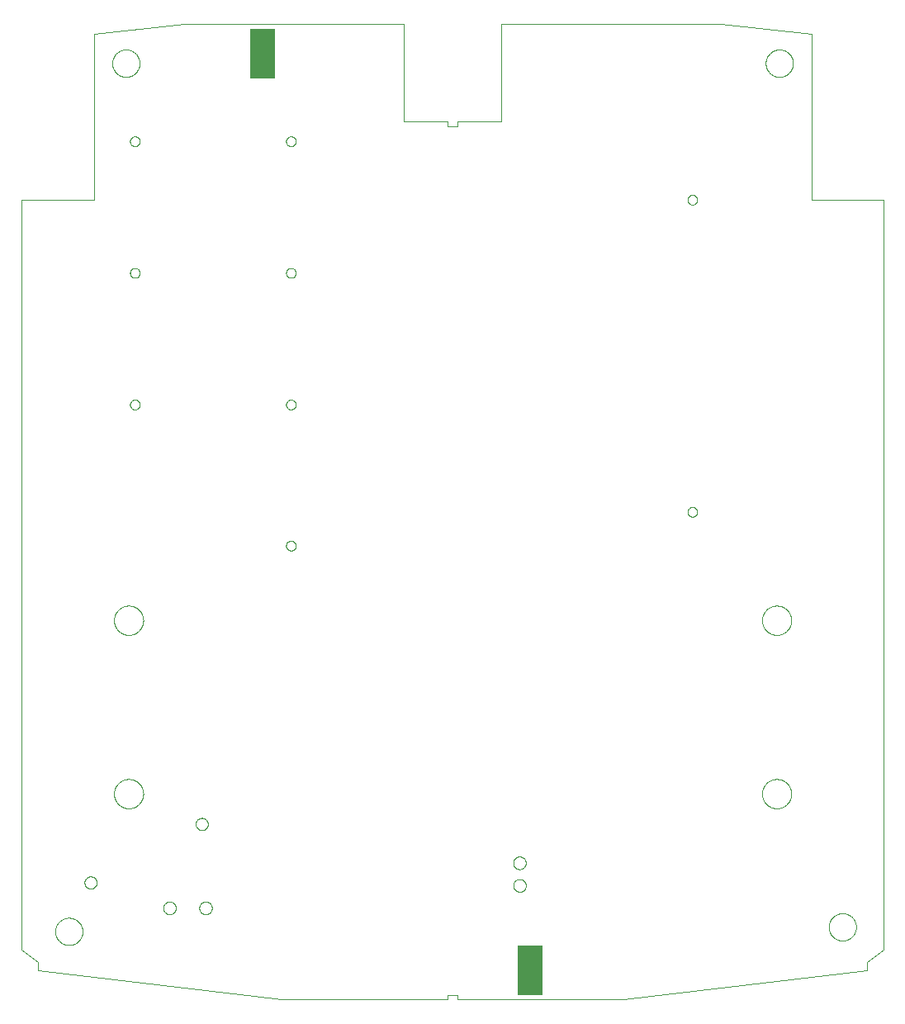
<source format=gbp>
G04 EAGLE Gerber RS-274X export*
G75*
%MOMM*%
%FSLAX34Y34*%
%LPD*%
%INSolder paste bottom*%
%IPPOS*%
%AMOC8*
5,1,8,0,0,1.08239X$1,22.5*%
G01*
%ADD10C,0.000000*%
%ADD11R,2.540000X5.080000*%


D10*
X917000Y820000D02*
X843000Y820000D01*
X843000Y990000D01*
X750000Y1000000D01*
X525000Y1000000D01*
X525000Y900000D01*
X480000Y900000D01*
X480000Y895000D01*
X470000Y895000D01*
X470000Y900000D01*
X425000Y900000D01*
X425000Y1000000D01*
X200000Y1000000D01*
X107000Y990000D01*
X107000Y820000D01*
X33000Y820000D01*
X50000Y30000D02*
X300000Y0D01*
X470000Y0D01*
X470000Y5000D01*
X480000Y5000D01*
X480000Y0D01*
X650000Y0D01*
X900000Y30000D01*
X900000Y38900D01*
X917000Y50800D01*
X917000Y820000D01*
X33000Y820000D02*
X33100Y50800D01*
X50000Y38900D01*
X50000Y30000D01*
X304200Y745000D02*
X304202Y745141D01*
X304208Y745282D01*
X304218Y745422D01*
X304232Y745562D01*
X304250Y745702D01*
X304271Y745841D01*
X304297Y745980D01*
X304326Y746118D01*
X304360Y746254D01*
X304397Y746390D01*
X304438Y746525D01*
X304483Y746659D01*
X304532Y746791D01*
X304584Y746922D01*
X304640Y747051D01*
X304700Y747178D01*
X304763Y747304D01*
X304829Y747428D01*
X304900Y747551D01*
X304973Y747671D01*
X305050Y747789D01*
X305130Y747905D01*
X305214Y748018D01*
X305300Y748129D01*
X305390Y748238D01*
X305483Y748344D01*
X305578Y748447D01*
X305677Y748548D01*
X305778Y748646D01*
X305882Y748741D01*
X305989Y748833D01*
X306098Y748922D01*
X306210Y749007D01*
X306324Y749090D01*
X306440Y749170D01*
X306559Y749246D01*
X306680Y749318D01*
X306802Y749388D01*
X306927Y749453D01*
X307053Y749516D01*
X307181Y749574D01*
X307311Y749629D01*
X307442Y749681D01*
X307575Y749728D01*
X307709Y749772D01*
X307844Y749813D01*
X307980Y749849D01*
X308117Y749881D01*
X308255Y749910D01*
X308393Y749935D01*
X308533Y749955D01*
X308673Y749972D01*
X308813Y749985D01*
X308954Y749994D01*
X309094Y749999D01*
X309235Y750000D01*
X309376Y749997D01*
X309517Y749990D01*
X309657Y749979D01*
X309797Y749964D01*
X309937Y749945D01*
X310076Y749923D01*
X310214Y749896D01*
X310352Y749866D01*
X310488Y749831D01*
X310624Y749793D01*
X310758Y749751D01*
X310892Y749705D01*
X311024Y749656D01*
X311154Y749602D01*
X311283Y749545D01*
X311410Y749485D01*
X311536Y749421D01*
X311659Y749353D01*
X311781Y749282D01*
X311901Y749208D01*
X312018Y749130D01*
X312133Y749049D01*
X312246Y748965D01*
X312357Y748878D01*
X312465Y748787D01*
X312570Y748694D01*
X312673Y748597D01*
X312773Y748498D01*
X312870Y748396D01*
X312964Y748291D01*
X313055Y748184D01*
X313143Y748074D01*
X313228Y747962D01*
X313310Y747847D01*
X313389Y747730D01*
X313464Y747611D01*
X313536Y747490D01*
X313604Y747367D01*
X313669Y747242D01*
X313731Y747115D01*
X313788Y746986D01*
X313843Y746856D01*
X313893Y746725D01*
X313940Y746592D01*
X313983Y746458D01*
X314022Y746322D01*
X314057Y746186D01*
X314089Y746049D01*
X314116Y745911D01*
X314140Y745772D01*
X314160Y745632D01*
X314176Y745492D01*
X314188Y745352D01*
X314196Y745211D01*
X314200Y745070D01*
X314200Y744930D01*
X314196Y744789D01*
X314188Y744648D01*
X314176Y744508D01*
X314160Y744368D01*
X314140Y744228D01*
X314116Y744089D01*
X314089Y743951D01*
X314057Y743814D01*
X314022Y743678D01*
X313983Y743542D01*
X313940Y743408D01*
X313893Y743275D01*
X313843Y743144D01*
X313788Y743014D01*
X313731Y742885D01*
X313669Y742758D01*
X313604Y742633D01*
X313536Y742510D01*
X313464Y742389D01*
X313389Y742270D01*
X313310Y742153D01*
X313228Y742038D01*
X313143Y741926D01*
X313055Y741816D01*
X312964Y741709D01*
X312870Y741604D01*
X312773Y741502D01*
X312673Y741403D01*
X312570Y741306D01*
X312465Y741213D01*
X312357Y741122D01*
X312246Y741035D01*
X312133Y740951D01*
X312018Y740870D01*
X311901Y740792D01*
X311781Y740718D01*
X311659Y740647D01*
X311536Y740579D01*
X311410Y740515D01*
X311283Y740455D01*
X311154Y740398D01*
X311024Y740344D01*
X310892Y740295D01*
X310758Y740249D01*
X310624Y740207D01*
X310488Y740169D01*
X310352Y740134D01*
X310214Y740104D01*
X310076Y740077D01*
X309937Y740055D01*
X309797Y740036D01*
X309657Y740021D01*
X309517Y740010D01*
X309376Y740003D01*
X309235Y740000D01*
X309094Y740001D01*
X308954Y740006D01*
X308813Y740015D01*
X308673Y740028D01*
X308533Y740045D01*
X308393Y740065D01*
X308255Y740090D01*
X308117Y740119D01*
X307980Y740151D01*
X307844Y740187D01*
X307709Y740228D01*
X307575Y740272D01*
X307442Y740319D01*
X307311Y740371D01*
X307181Y740426D01*
X307053Y740484D01*
X306927Y740547D01*
X306802Y740612D01*
X306680Y740682D01*
X306559Y740754D01*
X306440Y740830D01*
X306324Y740910D01*
X306210Y740993D01*
X306098Y741078D01*
X305989Y741167D01*
X305882Y741259D01*
X305778Y741354D01*
X305677Y741452D01*
X305578Y741553D01*
X305483Y741656D01*
X305390Y741762D01*
X305300Y741871D01*
X305214Y741982D01*
X305130Y742095D01*
X305050Y742211D01*
X304973Y742329D01*
X304900Y742449D01*
X304829Y742572D01*
X304763Y742696D01*
X304700Y742822D01*
X304640Y742949D01*
X304584Y743078D01*
X304532Y743209D01*
X304483Y743341D01*
X304438Y743475D01*
X304397Y743610D01*
X304360Y743746D01*
X304326Y743882D01*
X304297Y744020D01*
X304271Y744159D01*
X304250Y744298D01*
X304232Y744438D01*
X304218Y744578D01*
X304208Y744718D01*
X304202Y744859D01*
X304200Y745000D01*
X127800Y211100D02*
X127805Y211468D01*
X127818Y211836D01*
X127841Y212203D01*
X127872Y212570D01*
X127913Y212936D01*
X127962Y213301D01*
X128021Y213664D01*
X128088Y214026D01*
X128164Y214387D01*
X128250Y214745D01*
X128343Y215101D01*
X128446Y215454D01*
X128557Y215805D01*
X128677Y216153D01*
X128805Y216498D01*
X128942Y216840D01*
X129087Y217179D01*
X129240Y217513D01*
X129402Y217844D01*
X129571Y218171D01*
X129749Y218493D01*
X129934Y218812D01*
X130127Y219125D01*
X130328Y219434D01*
X130536Y219737D01*
X130752Y220035D01*
X130975Y220328D01*
X131205Y220616D01*
X131442Y220898D01*
X131686Y221173D01*
X131936Y221443D01*
X132193Y221707D01*
X132457Y221964D01*
X132727Y222214D01*
X133002Y222458D01*
X133284Y222695D01*
X133572Y222925D01*
X133865Y223148D01*
X134163Y223364D01*
X134466Y223572D01*
X134775Y223773D01*
X135088Y223966D01*
X135407Y224151D01*
X135729Y224329D01*
X136056Y224498D01*
X136387Y224660D01*
X136721Y224813D01*
X137060Y224958D01*
X137402Y225095D01*
X137747Y225223D01*
X138095Y225343D01*
X138446Y225454D01*
X138799Y225557D01*
X139155Y225650D01*
X139513Y225736D01*
X139874Y225812D01*
X140236Y225879D01*
X140599Y225938D01*
X140964Y225987D01*
X141330Y226028D01*
X141697Y226059D01*
X142064Y226082D01*
X142432Y226095D01*
X142800Y226100D01*
X143168Y226095D01*
X143536Y226082D01*
X143903Y226059D01*
X144270Y226028D01*
X144636Y225987D01*
X145001Y225938D01*
X145364Y225879D01*
X145726Y225812D01*
X146087Y225736D01*
X146445Y225650D01*
X146801Y225557D01*
X147154Y225454D01*
X147505Y225343D01*
X147853Y225223D01*
X148198Y225095D01*
X148540Y224958D01*
X148879Y224813D01*
X149213Y224660D01*
X149544Y224498D01*
X149871Y224329D01*
X150193Y224151D01*
X150512Y223966D01*
X150825Y223773D01*
X151134Y223572D01*
X151437Y223364D01*
X151735Y223148D01*
X152028Y222925D01*
X152316Y222695D01*
X152598Y222458D01*
X152873Y222214D01*
X153143Y221964D01*
X153407Y221707D01*
X153664Y221443D01*
X153914Y221173D01*
X154158Y220898D01*
X154395Y220616D01*
X154625Y220328D01*
X154848Y220035D01*
X155064Y219737D01*
X155272Y219434D01*
X155473Y219125D01*
X155666Y218812D01*
X155851Y218493D01*
X156029Y218171D01*
X156198Y217844D01*
X156360Y217513D01*
X156513Y217179D01*
X156658Y216840D01*
X156795Y216498D01*
X156923Y216153D01*
X157043Y215805D01*
X157154Y215454D01*
X157257Y215101D01*
X157350Y214745D01*
X157436Y214387D01*
X157512Y214026D01*
X157579Y213664D01*
X157638Y213301D01*
X157687Y212936D01*
X157728Y212570D01*
X157759Y212203D01*
X157782Y211836D01*
X157795Y211468D01*
X157800Y211100D01*
X157795Y210732D01*
X157782Y210364D01*
X157759Y209997D01*
X157728Y209630D01*
X157687Y209264D01*
X157638Y208899D01*
X157579Y208536D01*
X157512Y208174D01*
X157436Y207813D01*
X157350Y207455D01*
X157257Y207099D01*
X157154Y206746D01*
X157043Y206395D01*
X156923Y206047D01*
X156795Y205702D01*
X156658Y205360D01*
X156513Y205021D01*
X156360Y204687D01*
X156198Y204356D01*
X156029Y204029D01*
X155851Y203707D01*
X155666Y203388D01*
X155473Y203075D01*
X155272Y202766D01*
X155064Y202463D01*
X154848Y202165D01*
X154625Y201872D01*
X154395Y201584D01*
X154158Y201302D01*
X153914Y201027D01*
X153664Y200757D01*
X153407Y200493D01*
X153143Y200236D01*
X152873Y199986D01*
X152598Y199742D01*
X152316Y199505D01*
X152028Y199275D01*
X151735Y199052D01*
X151437Y198836D01*
X151134Y198628D01*
X150825Y198427D01*
X150512Y198234D01*
X150193Y198049D01*
X149871Y197871D01*
X149544Y197702D01*
X149213Y197540D01*
X148879Y197387D01*
X148540Y197242D01*
X148198Y197105D01*
X147853Y196977D01*
X147505Y196857D01*
X147154Y196746D01*
X146801Y196643D01*
X146445Y196550D01*
X146087Y196464D01*
X145726Y196388D01*
X145364Y196321D01*
X145001Y196262D01*
X144636Y196213D01*
X144270Y196172D01*
X143903Y196141D01*
X143536Y196118D01*
X143168Y196105D01*
X142800Y196100D01*
X142432Y196105D01*
X142064Y196118D01*
X141697Y196141D01*
X141330Y196172D01*
X140964Y196213D01*
X140599Y196262D01*
X140236Y196321D01*
X139874Y196388D01*
X139513Y196464D01*
X139155Y196550D01*
X138799Y196643D01*
X138446Y196746D01*
X138095Y196857D01*
X137747Y196977D01*
X137402Y197105D01*
X137060Y197242D01*
X136721Y197387D01*
X136387Y197540D01*
X136056Y197702D01*
X135729Y197871D01*
X135407Y198049D01*
X135088Y198234D01*
X134775Y198427D01*
X134466Y198628D01*
X134163Y198836D01*
X133865Y199052D01*
X133572Y199275D01*
X133284Y199505D01*
X133002Y199742D01*
X132727Y199986D01*
X132457Y200236D01*
X132193Y200493D01*
X131936Y200757D01*
X131686Y201027D01*
X131442Y201302D01*
X131205Y201584D01*
X130975Y201872D01*
X130752Y202165D01*
X130536Y202463D01*
X130328Y202766D01*
X130127Y203075D01*
X129934Y203388D01*
X129749Y203707D01*
X129571Y204029D01*
X129402Y204356D01*
X129240Y204687D01*
X129087Y205021D01*
X128942Y205360D01*
X128805Y205702D01*
X128677Y206047D01*
X128557Y206395D01*
X128446Y206746D01*
X128343Y207099D01*
X128250Y207455D01*
X128164Y207813D01*
X128088Y208174D01*
X128021Y208536D01*
X127962Y208899D01*
X127913Y209264D01*
X127872Y209630D01*
X127841Y209997D01*
X127818Y210364D01*
X127805Y210732D01*
X127800Y211100D01*
X127800Y388900D02*
X127805Y389268D01*
X127818Y389636D01*
X127841Y390003D01*
X127872Y390370D01*
X127913Y390736D01*
X127962Y391101D01*
X128021Y391464D01*
X128088Y391826D01*
X128164Y392187D01*
X128250Y392545D01*
X128343Y392901D01*
X128446Y393254D01*
X128557Y393605D01*
X128677Y393953D01*
X128805Y394298D01*
X128942Y394640D01*
X129087Y394979D01*
X129240Y395313D01*
X129402Y395644D01*
X129571Y395971D01*
X129749Y396293D01*
X129934Y396612D01*
X130127Y396925D01*
X130328Y397234D01*
X130536Y397537D01*
X130752Y397835D01*
X130975Y398128D01*
X131205Y398416D01*
X131442Y398698D01*
X131686Y398973D01*
X131936Y399243D01*
X132193Y399507D01*
X132457Y399764D01*
X132727Y400014D01*
X133002Y400258D01*
X133284Y400495D01*
X133572Y400725D01*
X133865Y400948D01*
X134163Y401164D01*
X134466Y401372D01*
X134775Y401573D01*
X135088Y401766D01*
X135407Y401951D01*
X135729Y402129D01*
X136056Y402298D01*
X136387Y402460D01*
X136721Y402613D01*
X137060Y402758D01*
X137402Y402895D01*
X137747Y403023D01*
X138095Y403143D01*
X138446Y403254D01*
X138799Y403357D01*
X139155Y403450D01*
X139513Y403536D01*
X139874Y403612D01*
X140236Y403679D01*
X140599Y403738D01*
X140964Y403787D01*
X141330Y403828D01*
X141697Y403859D01*
X142064Y403882D01*
X142432Y403895D01*
X142800Y403900D01*
X143168Y403895D01*
X143536Y403882D01*
X143903Y403859D01*
X144270Y403828D01*
X144636Y403787D01*
X145001Y403738D01*
X145364Y403679D01*
X145726Y403612D01*
X146087Y403536D01*
X146445Y403450D01*
X146801Y403357D01*
X147154Y403254D01*
X147505Y403143D01*
X147853Y403023D01*
X148198Y402895D01*
X148540Y402758D01*
X148879Y402613D01*
X149213Y402460D01*
X149544Y402298D01*
X149871Y402129D01*
X150193Y401951D01*
X150512Y401766D01*
X150825Y401573D01*
X151134Y401372D01*
X151437Y401164D01*
X151735Y400948D01*
X152028Y400725D01*
X152316Y400495D01*
X152598Y400258D01*
X152873Y400014D01*
X153143Y399764D01*
X153407Y399507D01*
X153664Y399243D01*
X153914Y398973D01*
X154158Y398698D01*
X154395Y398416D01*
X154625Y398128D01*
X154848Y397835D01*
X155064Y397537D01*
X155272Y397234D01*
X155473Y396925D01*
X155666Y396612D01*
X155851Y396293D01*
X156029Y395971D01*
X156198Y395644D01*
X156360Y395313D01*
X156513Y394979D01*
X156658Y394640D01*
X156795Y394298D01*
X156923Y393953D01*
X157043Y393605D01*
X157154Y393254D01*
X157257Y392901D01*
X157350Y392545D01*
X157436Y392187D01*
X157512Y391826D01*
X157579Y391464D01*
X157638Y391101D01*
X157687Y390736D01*
X157728Y390370D01*
X157759Y390003D01*
X157782Y389636D01*
X157795Y389268D01*
X157800Y388900D01*
X157795Y388532D01*
X157782Y388164D01*
X157759Y387797D01*
X157728Y387430D01*
X157687Y387064D01*
X157638Y386699D01*
X157579Y386336D01*
X157512Y385974D01*
X157436Y385613D01*
X157350Y385255D01*
X157257Y384899D01*
X157154Y384546D01*
X157043Y384195D01*
X156923Y383847D01*
X156795Y383502D01*
X156658Y383160D01*
X156513Y382821D01*
X156360Y382487D01*
X156198Y382156D01*
X156029Y381829D01*
X155851Y381507D01*
X155666Y381188D01*
X155473Y380875D01*
X155272Y380566D01*
X155064Y380263D01*
X154848Y379965D01*
X154625Y379672D01*
X154395Y379384D01*
X154158Y379102D01*
X153914Y378827D01*
X153664Y378557D01*
X153407Y378293D01*
X153143Y378036D01*
X152873Y377786D01*
X152598Y377542D01*
X152316Y377305D01*
X152028Y377075D01*
X151735Y376852D01*
X151437Y376636D01*
X151134Y376428D01*
X150825Y376227D01*
X150512Y376034D01*
X150193Y375849D01*
X149871Y375671D01*
X149544Y375502D01*
X149213Y375340D01*
X148879Y375187D01*
X148540Y375042D01*
X148198Y374905D01*
X147853Y374777D01*
X147505Y374657D01*
X147154Y374546D01*
X146801Y374443D01*
X146445Y374350D01*
X146087Y374264D01*
X145726Y374188D01*
X145364Y374121D01*
X145001Y374062D01*
X144636Y374013D01*
X144270Y373972D01*
X143903Y373941D01*
X143536Y373918D01*
X143168Y373905D01*
X142800Y373900D01*
X142432Y373905D01*
X142064Y373918D01*
X141697Y373941D01*
X141330Y373972D01*
X140964Y374013D01*
X140599Y374062D01*
X140236Y374121D01*
X139874Y374188D01*
X139513Y374264D01*
X139155Y374350D01*
X138799Y374443D01*
X138446Y374546D01*
X138095Y374657D01*
X137747Y374777D01*
X137402Y374905D01*
X137060Y375042D01*
X136721Y375187D01*
X136387Y375340D01*
X136056Y375502D01*
X135729Y375671D01*
X135407Y375849D01*
X135088Y376034D01*
X134775Y376227D01*
X134466Y376428D01*
X134163Y376636D01*
X133865Y376852D01*
X133572Y377075D01*
X133284Y377305D01*
X133002Y377542D01*
X132727Y377786D01*
X132457Y378036D01*
X132193Y378293D01*
X131936Y378557D01*
X131686Y378827D01*
X131442Y379102D01*
X131205Y379384D01*
X130975Y379672D01*
X130752Y379965D01*
X130536Y380263D01*
X130328Y380566D01*
X130127Y380875D01*
X129934Y381188D01*
X129749Y381507D01*
X129571Y381829D01*
X129402Y382156D01*
X129240Y382487D01*
X129087Y382821D01*
X128942Y383160D01*
X128805Y383502D01*
X128677Y383847D01*
X128557Y384195D01*
X128446Y384546D01*
X128343Y384899D01*
X128250Y385255D01*
X128164Y385613D01*
X128088Y385974D01*
X128021Y386336D01*
X127962Y386699D01*
X127913Y387064D01*
X127872Y387430D01*
X127841Y387797D01*
X127818Y388164D01*
X127805Y388532D01*
X127800Y388900D01*
X304200Y880000D02*
X304202Y880141D01*
X304208Y880282D01*
X304218Y880422D01*
X304232Y880562D01*
X304250Y880702D01*
X304271Y880841D01*
X304297Y880980D01*
X304326Y881118D01*
X304360Y881254D01*
X304397Y881390D01*
X304438Y881525D01*
X304483Y881659D01*
X304532Y881791D01*
X304584Y881922D01*
X304640Y882051D01*
X304700Y882178D01*
X304763Y882304D01*
X304829Y882428D01*
X304900Y882551D01*
X304973Y882671D01*
X305050Y882789D01*
X305130Y882905D01*
X305214Y883018D01*
X305300Y883129D01*
X305390Y883238D01*
X305483Y883344D01*
X305578Y883447D01*
X305677Y883548D01*
X305778Y883646D01*
X305882Y883741D01*
X305989Y883833D01*
X306098Y883922D01*
X306210Y884007D01*
X306324Y884090D01*
X306440Y884170D01*
X306559Y884246D01*
X306680Y884318D01*
X306802Y884388D01*
X306927Y884453D01*
X307053Y884516D01*
X307181Y884574D01*
X307311Y884629D01*
X307442Y884681D01*
X307575Y884728D01*
X307709Y884772D01*
X307844Y884813D01*
X307980Y884849D01*
X308117Y884881D01*
X308255Y884910D01*
X308393Y884935D01*
X308533Y884955D01*
X308673Y884972D01*
X308813Y884985D01*
X308954Y884994D01*
X309094Y884999D01*
X309235Y885000D01*
X309376Y884997D01*
X309517Y884990D01*
X309657Y884979D01*
X309797Y884964D01*
X309937Y884945D01*
X310076Y884923D01*
X310214Y884896D01*
X310352Y884866D01*
X310488Y884831D01*
X310624Y884793D01*
X310758Y884751D01*
X310892Y884705D01*
X311024Y884656D01*
X311154Y884602D01*
X311283Y884545D01*
X311410Y884485D01*
X311536Y884421D01*
X311659Y884353D01*
X311781Y884282D01*
X311901Y884208D01*
X312018Y884130D01*
X312133Y884049D01*
X312246Y883965D01*
X312357Y883878D01*
X312465Y883787D01*
X312570Y883694D01*
X312673Y883597D01*
X312773Y883498D01*
X312870Y883396D01*
X312964Y883291D01*
X313055Y883184D01*
X313143Y883074D01*
X313228Y882962D01*
X313310Y882847D01*
X313389Y882730D01*
X313464Y882611D01*
X313536Y882490D01*
X313604Y882367D01*
X313669Y882242D01*
X313731Y882115D01*
X313788Y881986D01*
X313843Y881856D01*
X313893Y881725D01*
X313940Y881592D01*
X313983Y881458D01*
X314022Y881322D01*
X314057Y881186D01*
X314089Y881049D01*
X314116Y880911D01*
X314140Y880772D01*
X314160Y880632D01*
X314176Y880492D01*
X314188Y880352D01*
X314196Y880211D01*
X314200Y880070D01*
X314200Y879930D01*
X314196Y879789D01*
X314188Y879648D01*
X314176Y879508D01*
X314160Y879368D01*
X314140Y879228D01*
X314116Y879089D01*
X314089Y878951D01*
X314057Y878814D01*
X314022Y878678D01*
X313983Y878542D01*
X313940Y878408D01*
X313893Y878275D01*
X313843Y878144D01*
X313788Y878014D01*
X313731Y877885D01*
X313669Y877758D01*
X313604Y877633D01*
X313536Y877510D01*
X313464Y877389D01*
X313389Y877270D01*
X313310Y877153D01*
X313228Y877038D01*
X313143Y876926D01*
X313055Y876816D01*
X312964Y876709D01*
X312870Y876604D01*
X312773Y876502D01*
X312673Y876403D01*
X312570Y876306D01*
X312465Y876213D01*
X312357Y876122D01*
X312246Y876035D01*
X312133Y875951D01*
X312018Y875870D01*
X311901Y875792D01*
X311781Y875718D01*
X311659Y875647D01*
X311536Y875579D01*
X311410Y875515D01*
X311283Y875455D01*
X311154Y875398D01*
X311024Y875344D01*
X310892Y875295D01*
X310758Y875249D01*
X310624Y875207D01*
X310488Y875169D01*
X310352Y875134D01*
X310214Y875104D01*
X310076Y875077D01*
X309937Y875055D01*
X309797Y875036D01*
X309657Y875021D01*
X309517Y875010D01*
X309376Y875003D01*
X309235Y875000D01*
X309094Y875001D01*
X308954Y875006D01*
X308813Y875015D01*
X308673Y875028D01*
X308533Y875045D01*
X308393Y875065D01*
X308255Y875090D01*
X308117Y875119D01*
X307980Y875151D01*
X307844Y875187D01*
X307709Y875228D01*
X307575Y875272D01*
X307442Y875319D01*
X307311Y875371D01*
X307181Y875426D01*
X307053Y875484D01*
X306927Y875547D01*
X306802Y875612D01*
X306680Y875682D01*
X306559Y875754D01*
X306440Y875830D01*
X306324Y875910D01*
X306210Y875993D01*
X306098Y876078D01*
X305989Y876167D01*
X305882Y876259D01*
X305778Y876354D01*
X305677Y876452D01*
X305578Y876553D01*
X305483Y876656D01*
X305390Y876762D01*
X305300Y876871D01*
X305214Y876982D01*
X305130Y877095D01*
X305050Y877211D01*
X304973Y877329D01*
X304900Y877449D01*
X304829Y877572D01*
X304763Y877696D01*
X304700Y877822D01*
X304640Y877949D01*
X304584Y878078D01*
X304532Y878209D01*
X304483Y878341D01*
X304438Y878475D01*
X304397Y878610D01*
X304360Y878746D01*
X304326Y878882D01*
X304297Y879020D01*
X304271Y879159D01*
X304250Y879298D01*
X304232Y879438D01*
X304218Y879578D01*
X304208Y879718D01*
X304202Y879859D01*
X304200Y880000D01*
X144200Y880000D02*
X144202Y880141D01*
X144208Y880282D01*
X144218Y880422D01*
X144232Y880562D01*
X144250Y880702D01*
X144271Y880841D01*
X144297Y880980D01*
X144326Y881118D01*
X144360Y881254D01*
X144397Y881390D01*
X144438Y881525D01*
X144483Y881659D01*
X144532Y881791D01*
X144584Y881922D01*
X144640Y882051D01*
X144700Y882178D01*
X144763Y882304D01*
X144829Y882428D01*
X144900Y882551D01*
X144973Y882671D01*
X145050Y882789D01*
X145130Y882905D01*
X145214Y883018D01*
X145300Y883129D01*
X145390Y883238D01*
X145483Y883344D01*
X145578Y883447D01*
X145677Y883548D01*
X145778Y883646D01*
X145882Y883741D01*
X145989Y883833D01*
X146098Y883922D01*
X146210Y884007D01*
X146324Y884090D01*
X146440Y884170D01*
X146559Y884246D01*
X146680Y884318D01*
X146802Y884388D01*
X146927Y884453D01*
X147053Y884516D01*
X147181Y884574D01*
X147311Y884629D01*
X147442Y884681D01*
X147575Y884728D01*
X147709Y884772D01*
X147844Y884813D01*
X147980Y884849D01*
X148117Y884881D01*
X148255Y884910D01*
X148393Y884935D01*
X148533Y884955D01*
X148673Y884972D01*
X148813Y884985D01*
X148954Y884994D01*
X149094Y884999D01*
X149235Y885000D01*
X149376Y884997D01*
X149517Y884990D01*
X149657Y884979D01*
X149797Y884964D01*
X149937Y884945D01*
X150076Y884923D01*
X150214Y884896D01*
X150352Y884866D01*
X150488Y884831D01*
X150624Y884793D01*
X150758Y884751D01*
X150892Y884705D01*
X151024Y884656D01*
X151154Y884602D01*
X151283Y884545D01*
X151410Y884485D01*
X151536Y884421D01*
X151659Y884353D01*
X151781Y884282D01*
X151901Y884208D01*
X152018Y884130D01*
X152133Y884049D01*
X152246Y883965D01*
X152357Y883878D01*
X152465Y883787D01*
X152570Y883694D01*
X152673Y883597D01*
X152773Y883498D01*
X152870Y883396D01*
X152964Y883291D01*
X153055Y883184D01*
X153143Y883074D01*
X153228Y882962D01*
X153310Y882847D01*
X153389Y882730D01*
X153464Y882611D01*
X153536Y882490D01*
X153604Y882367D01*
X153669Y882242D01*
X153731Y882115D01*
X153788Y881986D01*
X153843Y881856D01*
X153893Y881725D01*
X153940Y881592D01*
X153983Y881458D01*
X154022Y881322D01*
X154057Y881186D01*
X154089Y881049D01*
X154116Y880911D01*
X154140Y880772D01*
X154160Y880632D01*
X154176Y880492D01*
X154188Y880352D01*
X154196Y880211D01*
X154200Y880070D01*
X154200Y879930D01*
X154196Y879789D01*
X154188Y879648D01*
X154176Y879508D01*
X154160Y879368D01*
X154140Y879228D01*
X154116Y879089D01*
X154089Y878951D01*
X154057Y878814D01*
X154022Y878678D01*
X153983Y878542D01*
X153940Y878408D01*
X153893Y878275D01*
X153843Y878144D01*
X153788Y878014D01*
X153731Y877885D01*
X153669Y877758D01*
X153604Y877633D01*
X153536Y877510D01*
X153464Y877389D01*
X153389Y877270D01*
X153310Y877153D01*
X153228Y877038D01*
X153143Y876926D01*
X153055Y876816D01*
X152964Y876709D01*
X152870Y876604D01*
X152773Y876502D01*
X152673Y876403D01*
X152570Y876306D01*
X152465Y876213D01*
X152357Y876122D01*
X152246Y876035D01*
X152133Y875951D01*
X152018Y875870D01*
X151901Y875792D01*
X151781Y875718D01*
X151659Y875647D01*
X151536Y875579D01*
X151410Y875515D01*
X151283Y875455D01*
X151154Y875398D01*
X151024Y875344D01*
X150892Y875295D01*
X150758Y875249D01*
X150624Y875207D01*
X150488Y875169D01*
X150352Y875134D01*
X150214Y875104D01*
X150076Y875077D01*
X149937Y875055D01*
X149797Y875036D01*
X149657Y875021D01*
X149517Y875010D01*
X149376Y875003D01*
X149235Y875000D01*
X149094Y875001D01*
X148954Y875006D01*
X148813Y875015D01*
X148673Y875028D01*
X148533Y875045D01*
X148393Y875065D01*
X148255Y875090D01*
X148117Y875119D01*
X147980Y875151D01*
X147844Y875187D01*
X147709Y875228D01*
X147575Y875272D01*
X147442Y875319D01*
X147311Y875371D01*
X147181Y875426D01*
X147053Y875484D01*
X146927Y875547D01*
X146802Y875612D01*
X146680Y875682D01*
X146559Y875754D01*
X146440Y875830D01*
X146324Y875910D01*
X146210Y875993D01*
X146098Y876078D01*
X145989Y876167D01*
X145882Y876259D01*
X145778Y876354D01*
X145677Y876452D01*
X145578Y876553D01*
X145483Y876656D01*
X145390Y876762D01*
X145300Y876871D01*
X145214Y876982D01*
X145130Y877095D01*
X145050Y877211D01*
X144973Y877329D01*
X144900Y877449D01*
X144829Y877572D01*
X144763Y877696D01*
X144700Y877822D01*
X144640Y877949D01*
X144584Y878078D01*
X144532Y878209D01*
X144483Y878341D01*
X144438Y878475D01*
X144397Y878610D01*
X144360Y878746D01*
X144326Y878882D01*
X144297Y879020D01*
X144271Y879159D01*
X144250Y879298D01*
X144232Y879438D01*
X144218Y879578D01*
X144208Y879718D01*
X144202Y879859D01*
X144200Y880000D01*
X792300Y388900D02*
X792305Y389268D01*
X792318Y389636D01*
X792341Y390003D01*
X792372Y390370D01*
X792413Y390736D01*
X792462Y391101D01*
X792521Y391464D01*
X792588Y391826D01*
X792664Y392187D01*
X792750Y392545D01*
X792843Y392901D01*
X792946Y393254D01*
X793057Y393605D01*
X793177Y393953D01*
X793305Y394298D01*
X793442Y394640D01*
X793587Y394979D01*
X793740Y395313D01*
X793902Y395644D01*
X794071Y395971D01*
X794249Y396293D01*
X794434Y396612D01*
X794627Y396925D01*
X794828Y397234D01*
X795036Y397537D01*
X795252Y397835D01*
X795475Y398128D01*
X795705Y398416D01*
X795942Y398698D01*
X796186Y398973D01*
X796436Y399243D01*
X796693Y399507D01*
X796957Y399764D01*
X797227Y400014D01*
X797502Y400258D01*
X797784Y400495D01*
X798072Y400725D01*
X798365Y400948D01*
X798663Y401164D01*
X798966Y401372D01*
X799275Y401573D01*
X799588Y401766D01*
X799907Y401951D01*
X800229Y402129D01*
X800556Y402298D01*
X800887Y402460D01*
X801221Y402613D01*
X801560Y402758D01*
X801902Y402895D01*
X802247Y403023D01*
X802595Y403143D01*
X802946Y403254D01*
X803299Y403357D01*
X803655Y403450D01*
X804013Y403536D01*
X804374Y403612D01*
X804736Y403679D01*
X805099Y403738D01*
X805464Y403787D01*
X805830Y403828D01*
X806197Y403859D01*
X806564Y403882D01*
X806932Y403895D01*
X807300Y403900D01*
X807668Y403895D01*
X808036Y403882D01*
X808403Y403859D01*
X808770Y403828D01*
X809136Y403787D01*
X809501Y403738D01*
X809864Y403679D01*
X810226Y403612D01*
X810587Y403536D01*
X810945Y403450D01*
X811301Y403357D01*
X811654Y403254D01*
X812005Y403143D01*
X812353Y403023D01*
X812698Y402895D01*
X813040Y402758D01*
X813379Y402613D01*
X813713Y402460D01*
X814044Y402298D01*
X814371Y402129D01*
X814693Y401951D01*
X815012Y401766D01*
X815325Y401573D01*
X815634Y401372D01*
X815937Y401164D01*
X816235Y400948D01*
X816528Y400725D01*
X816816Y400495D01*
X817098Y400258D01*
X817373Y400014D01*
X817643Y399764D01*
X817907Y399507D01*
X818164Y399243D01*
X818414Y398973D01*
X818658Y398698D01*
X818895Y398416D01*
X819125Y398128D01*
X819348Y397835D01*
X819564Y397537D01*
X819772Y397234D01*
X819973Y396925D01*
X820166Y396612D01*
X820351Y396293D01*
X820529Y395971D01*
X820698Y395644D01*
X820860Y395313D01*
X821013Y394979D01*
X821158Y394640D01*
X821295Y394298D01*
X821423Y393953D01*
X821543Y393605D01*
X821654Y393254D01*
X821757Y392901D01*
X821850Y392545D01*
X821936Y392187D01*
X822012Y391826D01*
X822079Y391464D01*
X822138Y391101D01*
X822187Y390736D01*
X822228Y390370D01*
X822259Y390003D01*
X822282Y389636D01*
X822295Y389268D01*
X822300Y388900D01*
X822295Y388532D01*
X822282Y388164D01*
X822259Y387797D01*
X822228Y387430D01*
X822187Y387064D01*
X822138Y386699D01*
X822079Y386336D01*
X822012Y385974D01*
X821936Y385613D01*
X821850Y385255D01*
X821757Y384899D01*
X821654Y384546D01*
X821543Y384195D01*
X821423Y383847D01*
X821295Y383502D01*
X821158Y383160D01*
X821013Y382821D01*
X820860Y382487D01*
X820698Y382156D01*
X820529Y381829D01*
X820351Y381507D01*
X820166Y381188D01*
X819973Y380875D01*
X819772Y380566D01*
X819564Y380263D01*
X819348Y379965D01*
X819125Y379672D01*
X818895Y379384D01*
X818658Y379102D01*
X818414Y378827D01*
X818164Y378557D01*
X817907Y378293D01*
X817643Y378036D01*
X817373Y377786D01*
X817098Y377542D01*
X816816Y377305D01*
X816528Y377075D01*
X816235Y376852D01*
X815937Y376636D01*
X815634Y376428D01*
X815325Y376227D01*
X815012Y376034D01*
X814693Y375849D01*
X814371Y375671D01*
X814044Y375502D01*
X813713Y375340D01*
X813379Y375187D01*
X813040Y375042D01*
X812698Y374905D01*
X812353Y374777D01*
X812005Y374657D01*
X811654Y374546D01*
X811301Y374443D01*
X810945Y374350D01*
X810587Y374264D01*
X810226Y374188D01*
X809864Y374121D01*
X809501Y374062D01*
X809136Y374013D01*
X808770Y373972D01*
X808403Y373941D01*
X808036Y373918D01*
X807668Y373905D01*
X807300Y373900D01*
X806932Y373905D01*
X806564Y373918D01*
X806197Y373941D01*
X805830Y373972D01*
X805464Y374013D01*
X805099Y374062D01*
X804736Y374121D01*
X804374Y374188D01*
X804013Y374264D01*
X803655Y374350D01*
X803299Y374443D01*
X802946Y374546D01*
X802595Y374657D01*
X802247Y374777D01*
X801902Y374905D01*
X801560Y375042D01*
X801221Y375187D01*
X800887Y375340D01*
X800556Y375502D01*
X800229Y375671D01*
X799907Y375849D01*
X799588Y376034D01*
X799275Y376227D01*
X798966Y376428D01*
X798663Y376636D01*
X798365Y376852D01*
X798072Y377075D01*
X797784Y377305D01*
X797502Y377542D01*
X797227Y377786D01*
X796957Y378036D01*
X796693Y378293D01*
X796436Y378557D01*
X796186Y378827D01*
X795942Y379102D01*
X795705Y379384D01*
X795475Y379672D01*
X795252Y379965D01*
X795036Y380263D01*
X794828Y380566D01*
X794627Y380875D01*
X794434Y381188D01*
X794249Y381507D01*
X794071Y381829D01*
X793902Y382156D01*
X793740Y382487D01*
X793587Y382821D01*
X793442Y383160D01*
X793305Y383502D01*
X793177Y383847D01*
X793057Y384195D01*
X792946Y384546D01*
X792843Y384899D01*
X792750Y385255D01*
X792664Y385613D01*
X792588Y385974D01*
X792521Y386336D01*
X792462Y386699D01*
X792413Y387064D01*
X792372Y387430D01*
X792341Y387797D01*
X792318Y388164D01*
X792305Y388532D01*
X792300Y388900D01*
X792300Y211100D02*
X792305Y211468D01*
X792318Y211836D01*
X792341Y212203D01*
X792372Y212570D01*
X792413Y212936D01*
X792462Y213301D01*
X792521Y213664D01*
X792588Y214026D01*
X792664Y214387D01*
X792750Y214745D01*
X792843Y215101D01*
X792946Y215454D01*
X793057Y215805D01*
X793177Y216153D01*
X793305Y216498D01*
X793442Y216840D01*
X793587Y217179D01*
X793740Y217513D01*
X793902Y217844D01*
X794071Y218171D01*
X794249Y218493D01*
X794434Y218812D01*
X794627Y219125D01*
X794828Y219434D01*
X795036Y219737D01*
X795252Y220035D01*
X795475Y220328D01*
X795705Y220616D01*
X795942Y220898D01*
X796186Y221173D01*
X796436Y221443D01*
X796693Y221707D01*
X796957Y221964D01*
X797227Y222214D01*
X797502Y222458D01*
X797784Y222695D01*
X798072Y222925D01*
X798365Y223148D01*
X798663Y223364D01*
X798966Y223572D01*
X799275Y223773D01*
X799588Y223966D01*
X799907Y224151D01*
X800229Y224329D01*
X800556Y224498D01*
X800887Y224660D01*
X801221Y224813D01*
X801560Y224958D01*
X801902Y225095D01*
X802247Y225223D01*
X802595Y225343D01*
X802946Y225454D01*
X803299Y225557D01*
X803655Y225650D01*
X804013Y225736D01*
X804374Y225812D01*
X804736Y225879D01*
X805099Y225938D01*
X805464Y225987D01*
X805830Y226028D01*
X806197Y226059D01*
X806564Y226082D01*
X806932Y226095D01*
X807300Y226100D01*
X807668Y226095D01*
X808036Y226082D01*
X808403Y226059D01*
X808770Y226028D01*
X809136Y225987D01*
X809501Y225938D01*
X809864Y225879D01*
X810226Y225812D01*
X810587Y225736D01*
X810945Y225650D01*
X811301Y225557D01*
X811654Y225454D01*
X812005Y225343D01*
X812353Y225223D01*
X812698Y225095D01*
X813040Y224958D01*
X813379Y224813D01*
X813713Y224660D01*
X814044Y224498D01*
X814371Y224329D01*
X814693Y224151D01*
X815012Y223966D01*
X815325Y223773D01*
X815634Y223572D01*
X815937Y223364D01*
X816235Y223148D01*
X816528Y222925D01*
X816816Y222695D01*
X817098Y222458D01*
X817373Y222214D01*
X817643Y221964D01*
X817907Y221707D01*
X818164Y221443D01*
X818414Y221173D01*
X818658Y220898D01*
X818895Y220616D01*
X819125Y220328D01*
X819348Y220035D01*
X819564Y219737D01*
X819772Y219434D01*
X819973Y219125D01*
X820166Y218812D01*
X820351Y218493D01*
X820529Y218171D01*
X820698Y217844D01*
X820860Y217513D01*
X821013Y217179D01*
X821158Y216840D01*
X821295Y216498D01*
X821423Y216153D01*
X821543Y215805D01*
X821654Y215454D01*
X821757Y215101D01*
X821850Y214745D01*
X821936Y214387D01*
X822012Y214026D01*
X822079Y213664D01*
X822138Y213301D01*
X822187Y212936D01*
X822228Y212570D01*
X822259Y212203D01*
X822282Y211836D01*
X822295Y211468D01*
X822300Y211100D01*
X822295Y210732D01*
X822282Y210364D01*
X822259Y209997D01*
X822228Y209630D01*
X822187Y209264D01*
X822138Y208899D01*
X822079Y208536D01*
X822012Y208174D01*
X821936Y207813D01*
X821850Y207455D01*
X821757Y207099D01*
X821654Y206746D01*
X821543Y206395D01*
X821423Y206047D01*
X821295Y205702D01*
X821158Y205360D01*
X821013Y205021D01*
X820860Y204687D01*
X820698Y204356D01*
X820529Y204029D01*
X820351Y203707D01*
X820166Y203388D01*
X819973Y203075D01*
X819772Y202766D01*
X819564Y202463D01*
X819348Y202165D01*
X819125Y201872D01*
X818895Y201584D01*
X818658Y201302D01*
X818414Y201027D01*
X818164Y200757D01*
X817907Y200493D01*
X817643Y200236D01*
X817373Y199986D01*
X817098Y199742D01*
X816816Y199505D01*
X816528Y199275D01*
X816235Y199052D01*
X815937Y198836D01*
X815634Y198628D01*
X815325Y198427D01*
X815012Y198234D01*
X814693Y198049D01*
X814371Y197871D01*
X814044Y197702D01*
X813713Y197540D01*
X813379Y197387D01*
X813040Y197242D01*
X812698Y197105D01*
X812353Y196977D01*
X812005Y196857D01*
X811654Y196746D01*
X811301Y196643D01*
X810945Y196550D01*
X810587Y196464D01*
X810226Y196388D01*
X809864Y196321D01*
X809501Y196262D01*
X809136Y196213D01*
X808770Y196172D01*
X808403Y196141D01*
X808036Y196118D01*
X807668Y196105D01*
X807300Y196100D01*
X806932Y196105D01*
X806564Y196118D01*
X806197Y196141D01*
X805830Y196172D01*
X805464Y196213D01*
X805099Y196262D01*
X804736Y196321D01*
X804374Y196388D01*
X804013Y196464D01*
X803655Y196550D01*
X803299Y196643D01*
X802946Y196746D01*
X802595Y196857D01*
X802247Y196977D01*
X801902Y197105D01*
X801560Y197242D01*
X801221Y197387D01*
X800887Y197540D01*
X800556Y197702D01*
X800229Y197871D01*
X799907Y198049D01*
X799588Y198234D01*
X799275Y198427D01*
X798966Y198628D01*
X798663Y198836D01*
X798365Y199052D01*
X798072Y199275D01*
X797784Y199505D01*
X797502Y199742D01*
X797227Y199986D01*
X796957Y200236D01*
X796693Y200493D01*
X796436Y200757D01*
X796186Y201027D01*
X795942Y201302D01*
X795705Y201584D01*
X795475Y201872D01*
X795252Y202165D01*
X795036Y202463D01*
X794828Y202766D01*
X794627Y203075D01*
X794434Y203388D01*
X794249Y203707D01*
X794071Y204029D01*
X793902Y204356D01*
X793740Y204687D01*
X793587Y205021D01*
X793442Y205360D01*
X793305Y205702D01*
X793177Y206047D01*
X793057Y206395D01*
X792946Y206746D01*
X792843Y207099D01*
X792750Y207455D01*
X792664Y207813D01*
X792588Y208174D01*
X792521Y208536D01*
X792462Y208899D01*
X792413Y209264D01*
X792372Y209630D01*
X792341Y209997D01*
X792318Y210364D01*
X792305Y210732D01*
X792300Y211100D01*
X715800Y820000D02*
X715802Y820141D01*
X715808Y820282D01*
X715818Y820422D01*
X715832Y820562D01*
X715850Y820702D01*
X715871Y820841D01*
X715897Y820980D01*
X715926Y821118D01*
X715960Y821254D01*
X715997Y821390D01*
X716038Y821525D01*
X716083Y821659D01*
X716132Y821791D01*
X716184Y821922D01*
X716240Y822051D01*
X716300Y822178D01*
X716363Y822304D01*
X716429Y822428D01*
X716500Y822551D01*
X716573Y822671D01*
X716650Y822789D01*
X716730Y822905D01*
X716814Y823018D01*
X716900Y823129D01*
X716990Y823238D01*
X717083Y823344D01*
X717178Y823447D01*
X717277Y823548D01*
X717378Y823646D01*
X717482Y823741D01*
X717589Y823833D01*
X717698Y823922D01*
X717810Y824007D01*
X717924Y824090D01*
X718040Y824170D01*
X718159Y824246D01*
X718280Y824318D01*
X718402Y824388D01*
X718527Y824453D01*
X718653Y824516D01*
X718781Y824574D01*
X718911Y824629D01*
X719042Y824681D01*
X719175Y824728D01*
X719309Y824772D01*
X719444Y824813D01*
X719580Y824849D01*
X719717Y824881D01*
X719855Y824910D01*
X719993Y824935D01*
X720133Y824955D01*
X720273Y824972D01*
X720413Y824985D01*
X720554Y824994D01*
X720694Y824999D01*
X720835Y825000D01*
X720976Y824997D01*
X721117Y824990D01*
X721257Y824979D01*
X721397Y824964D01*
X721537Y824945D01*
X721676Y824923D01*
X721814Y824896D01*
X721952Y824866D01*
X722088Y824831D01*
X722224Y824793D01*
X722358Y824751D01*
X722492Y824705D01*
X722624Y824656D01*
X722754Y824602D01*
X722883Y824545D01*
X723010Y824485D01*
X723136Y824421D01*
X723259Y824353D01*
X723381Y824282D01*
X723501Y824208D01*
X723618Y824130D01*
X723733Y824049D01*
X723846Y823965D01*
X723957Y823878D01*
X724065Y823787D01*
X724170Y823694D01*
X724273Y823597D01*
X724373Y823498D01*
X724470Y823396D01*
X724564Y823291D01*
X724655Y823184D01*
X724743Y823074D01*
X724828Y822962D01*
X724910Y822847D01*
X724989Y822730D01*
X725064Y822611D01*
X725136Y822490D01*
X725204Y822367D01*
X725269Y822242D01*
X725331Y822115D01*
X725388Y821986D01*
X725443Y821856D01*
X725493Y821725D01*
X725540Y821592D01*
X725583Y821458D01*
X725622Y821322D01*
X725657Y821186D01*
X725689Y821049D01*
X725716Y820911D01*
X725740Y820772D01*
X725760Y820632D01*
X725776Y820492D01*
X725788Y820352D01*
X725796Y820211D01*
X725800Y820070D01*
X725800Y819930D01*
X725796Y819789D01*
X725788Y819648D01*
X725776Y819508D01*
X725760Y819368D01*
X725740Y819228D01*
X725716Y819089D01*
X725689Y818951D01*
X725657Y818814D01*
X725622Y818678D01*
X725583Y818542D01*
X725540Y818408D01*
X725493Y818275D01*
X725443Y818144D01*
X725388Y818014D01*
X725331Y817885D01*
X725269Y817758D01*
X725204Y817633D01*
X725136Y817510D01*
X725064Y817389D01*
X724989Y817270D01*
X724910Y817153D01*
X724828Y817038D01*
X724743Y816926D01*
X724655Y816816D01*
X724564Y816709D01*
X724470Y816604D01*
X724373Y816502D01*
X724273Y816403D01*
X724170Y816306D01*
X724065Y816213D01*
X723957Y816122D01*
X723846Y816035D01*
X723733Y815951D01*
X723618Y815870D01*
X723501Y815792D01*
X723381Y815718D01*
X723259Y815647D01*
X723136Y815579D01*
X723010Y815515D01*
X722883Y815455D01*
X722754Y815398D01*
X722624Y815344D01*
X722492Y815295D01*
X722358Y815249D01*
X722224Y815207D01*
X722088Y815169D01*
X721952Y815134D01*
X721814Y815104D01*
X721676Y815077D01*
X721537Y815055D01*
X721397Y815036D01*
X721257Y815021D01*
X721117Y815010D01*
X720976Y815003D01*
X720835Y815000D01*
X720694Y815001D01*
X720554Y815006D01*
X720413Y815015D01*
X720273Y815028D01*
X720133Y815045D01*
X719993Y815065D01*
X719855Y815090D01*
X719717Y815119D01*
X719580Y815151D01*
X719444Y815187D01*
X719309Y815228D01*
X719175Y815272D01*
X719042Y815319D01*
X718911Y815371D01*
X718781Y815426D01*
X718653Y815484D01*
X718527Y815547D01*
X718402Y815612D01*
X718280Y815682D01*
X718159Y815754D01*
X718040Y815830D01*
X717924Y815910D01*
X717810Y815993D01*
X717698Y816078D01*
X717589Y816167D01*
X717482Y816259D01*
X717378Y816354D01*
X717277Y816452D01*
X717178Y816553D01*
X717083Y816656D01*
X716990Y816762D01*
X716900Y816871D01*
X716814Y816982D01*
X716730Y817095D01*
X716650Y817211D01*
X716573Y817329D01*
X716500Y817449D01*
X716429Y817572D01*
X716363Y817696D01*
X716300Y817822D01*
X716240Y817949D01*
X716184Y818078D01*
X716132Y818209D01*
X716083Y818341D01*
X716038Y818475D01*
X715997Y818610D01*
X715960Y818746D01*
X715926Y818882D01*
X715897Y819020D01*
X715871Y819159D01*
X715850Y819298D01*
X715832Y819438D01*
X715818Y819578D01*
X715808Y819718D01*
X715802Y819859D01*
X715800Y820000D01*
X304200Y465400D02*
X304202Y465541D01*
X304208Y465682D01*
X304218Y465822D01*
X304232Y465962D01*
X304250Y466102D01*
X304271Y466241D01*
X304297Y466380D01*
X304326Y466518D01*
X304360Y466654D01*
X304397Y466790D01*
X304438Y466925D01*
X304483Y467059D01*
X304532Y467191D01*
X304584Y467322D01*
X304640Y467451D01*
X304700Y467578D01*
X304763Y467704D01*
X304829Y467828D01*
X304900Y467951D01*
X304973Y468071D01*
X305050Y468189D01*
X305130Y468305D01*
X305214Y468418D01*
X305300Y468529D01*
X305390Y468638D01*
X305483Y468744D01*
X305578Y468847D01*
X305677Y468948D01*
X305778Y469046D01*
X305882Y469141D01*
X305989Y469233D01*
X306098Y469322D01*
X306210Y469407D01*
X306324Y469490D01*
X306440Y469570D01*
X306559Y469646D01*
X306680Y469718D01*
X306802Y469788D01*
X306927Y469853D01*
X307053Y469916D01*
X307181Y469974D01*
X307311Y470029D01*
X307442Y470081D01*
X307575Y470128D01*
X307709Y470172D01*
X307844Y470213D01*
X307980Y470249D01*
X308117Y470281D01*
X308255Y470310D01*
X308393Y470335D01*
X308533Y470355D01*
X308673Y470372D01*
X308813Y470385D01*
X308954Y470394D01*
X309094Y470399D01*
X309235Y470400D01*
X309376Y470397D01*
X309517Y470390D01*
X309657Y470379D01*
X309797Y470364D01*
X309937Y470345D01*
X310076Y470323D01*
X310214Y470296D01*
X310352Y470266D01*
X310488Y470231D01*
X310624Y470193D01*
X310758Y470151D01*
X310892Y470105D01*
X311024Y470056D01*
X311154Y470002D01*
X311283Y469945D01*
X311410Y469885D01*
X311536Y469821D01*
X311659Y469753D01*
X311781Y469682D01*
X311901Y469608D01*
X312018Y469530D01*
X312133Y469449D01*
X312246Y469365D01*
X312357Y469278D01*
X312465Y469187D01*
X312570Y469094D01*
X312673Y468997D01*
X312773Y468898D01*
X312870Y468796D01*
X312964Y468691D01*
X313055Y468584D01*
X313143Y468474D01*
X313228Y468362D01*
X313310Y468247D01*
X313389Y468130D01*
X313464Y468011D01*
X313536Y467890D01*
X313604Y467767D01*
X313669Y467642D01*
X313731Y467515D01*
X313788Y467386D01*
X313843Y467256D01*
X313893Y467125D01*
X313940Y466992D01*
X313983Y466858D01*
X314022Y466722D01*
X314057Y466586D01*
X314089Y466449D01*
X314116Y466311D01*
X314140Y466172D01*
X314160Y466032D01*
X314176Y465892D01*
X314188Y465752D01*
X314196Y465611D01*
X314200Y465470D01*
X314200Y465330D01*
X314196Y465189D01*
X314188Y465048D01*
X314176Y464908D01*
X314160Y464768D01*
X314140Y464628D01*
X314116Y464489D01*
X314089Y464351D01*
X314057Y464214D01*
X314022Y464078D01*
X313983Y463942D01*
X313940Y463808D01*
X313893Y463675D01*
X313843Y463544D01*
X313788Y463414D01*
X313731Y463285D01*
X313669Y463158D01*
X313604Y463033D01*
X313536Y462910D01*
X313464Y462789D01*
X313389Y462670D01*
X313310Y462553D01*
X313228Y462438D01*
X313143Y462326D01*
X313055Y462216D01*
X312964Y462109D01*
X312870Y462004D01*
X312773Y461902D01*
X312673Y461803D01*
X312570Y461706D01*
X312465Y461613D01*
X312357Y461522D01*
X312246Y461435D01*
X312133Y461351D01*
X312018Y461270D01*
X311901Y461192D01*
X311781Y461118D01*
X311659Y461047D01*
X311536Y460979D01*
X311410Y460915D01*
X311283Y460855D01*
X311154Y460798D01*
X311024Y460744D01*
X310892Y460695D01*
X310758Y460649D01*
X310624Y460607D01*
X310488Y460569D01*
X310352Y460534D01*
X310214Y460504D01*
X310076Y460477D01*
X309937Y460455D01*
X309797Y460436D01*
X309657Y460421D01*
X309517Y460410D01*
X309376Y460403D01*
X309235Y460400D01*
X309094Y460401D01*
X308954Y460406D01*
X308813Y460415D01*
X308673Y460428D01*
X308533Y460445D01*
X308393Y460465D01*
X308255Y460490D01*
X308117Y460519D01*
X307980Y460551D01*
X307844Y460587D01*
X307709Y460628D01*
X307575Y460672D01*
X307442Y460719D01*
X307311Y460771D01*
X307181Y460826D01*
X307053Y460884D01*
X306927Y460947D01*
X306802Y461012D01*
X306680Y461082D01*
X306559Y461154D01*
X306440Y461230D01*
X306324Y461310D01*
X306210Y461393D01*
X306098Y461478D01*
X305989Y461567D01*
X305882Y461659D01*
X305778Y461754D01*
X305677Y461852D01*
X305578Y461953D01*
X305483Y462056D01*
X305390Y462162D01*
X305300Y462271D01*
X305214Y462382D01*
X305130Y462495D01*
X305050Y462611D01*
X304973Y462729D01*
X304900Y462849D01*
X304829Y462972D01*
X304763Y463096D01*
X304700Y463222D01*
X304640Y463349D01*
X304584Y463478D01*
X304532Y463609D01*
X304483Y463741D01*
X304438Y463875D01*
X304397Y464010D01*
X304360Y464146D01*
X304326Y464282D01*
X304297Y464420D01*
X304271Y464559D01*
X304250Y464698D01*
X304232Y464838D01*
X304218Y464978D01*
X304208Y465118D01*
X304202Y465259D01*
X304200Y465400D01*
X144200Y745000D02*
X144202Y745141D01*
X144208Y745282D01*
X144218Y745422D01*
X144232Y745562D01*
X144250Y745702D01*
X144271Y745841D01*
X144297Y745980D01*
X144326Y746118D01*
X144360Y746254D01*
X144397Y746390D01*
X144438Y746525D01*
X144483Y746659D01*
X144532Y746791D01*
X144584Y746922D01*
X144640Y747051D01*
X144700Y747178D01*
X144763Y747304D01*
X144829Y747428D01*
X144900Y747551D01*
X144973Y747671D01*
X145050Y747789D01*
X145130Y747905D01*
X145214Y748018D01*
X145300Y748129D01*
X145390Y748238D01*
X145483Y748344D01*
X145578Y748447D01*
X145677Y748548D01*
X145778Y748646D01*
X145882Y748741D01*
X145989Y748833D01*
X146098Y748922D01*
X146210Y749007D01*
X146324Y749090D01*
X146440Y749170D01*
X146559Y749246D01*
X146680Y749318D01*
X146802Y749388D01*
X146927Y749453D01*
X147053Y749516D01*
X147181Y749574D01*
X147311Y749629D01*
X147442Y749681D01*
X147575Y749728D01*
X147709Y749772D01*
X147844Y749813D01*
X147980Y749849D01*
X148117Y749881D01*
X148255Y749910D01*
X148393Y749935D01*
X148533Y749955D01*
X148673Y749972D01*
X148813Y749985D01*
X148954Y749994D01*
X149094Y749999D01*
X149235Y750000D01*
X149376Y749997D01*
X149517Y749990D01*
X149657Y749979D01*
X149797Y749964D01*
X149937Y749945D01*
X150076Y749923D01*
X150214Y749896D01*
X150352Y749866D01*
X150488Y749831D01*
X150624Y749793D01*
X150758Y749751D01*
X150892Y749705D01*
X151024Y749656D01*
X151154Y749602D01*
X151283Y749545D01*
X151410Y749485D01*
X151536Y749421D01*
X151659Y749353D01*
X151781Y749282D01*
X151901Y749208D01*
X152018Y749130D01*
X152133Y749049D01*
X152246Y748965D01*
X152357Y748878D01*
X152465Y748787D01*
X152570Y748694D01*
X152673Y748597D01*
X152773Y748498D01*
X152870Y748396D01*
X152964Y748291D01*
X153055Y748184D01*
X153143Y748074D01*
X153228Y747962D01*
X153310Y747847D01*
X153389Y747730D01*
X153464Y747611D01*
X153536Y747490D01*
X153604Y747367D01*
X153669Y747242D01*
X153731Y747115D01*
X153788Y746986D01*
X153843Y746856D01*
X153893Y746725D01*
X153940Y746592D01*
X153983Y746458D01*
X154022Y746322D01*
X154057Y746186D01*
X154089Y746049D01*
X154116Y745911D01*
X154140Y745772D01*
X154160Y745632D01*
X154176Y745492D01*
X154188Y745352D01*
X154196Y745211D01*
X154200Y745070D01*
X154200Y744930D01*
X154196Y744789D01*
X154188Y744648D01*
X154176Y744508D01*
X154160Y744368D01*
X154140Y744228D01*
X154116Y744089D01*
X154089Y743951D01*
X154057Y743814D01*
X154022Y743678D01*
X153983Y743542D01*
X153940Y743408D01*
X153893Y743275D01*
X153843Y743144D01*
X153788Y743014D01*
X153731Y742885D01*
X153669Y742758D01*
X153604Y742633D01*
X153536Y742510D01*
X153464Y742389D01*
X153389Y742270D01*
X153310Y742153D01*
X153228Y742038D01*
X153143Y741926D01*
X153055Y741816D01*
X152964Y741709D01*
X152870Y741604D01*
X152773Y741502D01*
X152673Y741403D01*
X152570Y741306D01*
X152465Y741213D01*
X152357Y741122D01*
X152246Y741035D01*
X152133Y740951D01*
X152018Y740870D01*
X151901Y740792D01*
X151781Y740718D01*
X151659Y740647D01*
X151536Y740579D01*
X151410Y740515D01*
X151283Y740455D01*
X151154Y740398D01*
X151024Y740344D01*
X150892Y740295D01*
X150758Y740249D01*
X150624Y740207D01*
X150488Y740169D01*
X150352Y740134D01*
X150214Y740104D01*
X150076Y740077D01*
X149937Y740055D01*
X149797Y740036D01*
X149657Y740021D01*
X149517Y740010D01*
X149376Y740003D01*
X149235Y740000D01*
X149094Y740001D01*
X148954Y740006D01*
X148813Y740015D01*
X148673Y740028D01*
X148533Y740045D01*
X148393Y740065D01*
X148255Y740090D01*
X148117Y740119D01*
X147980Y740151D01*
X147844Y740187D01*
X147709Y740228D01*
X147575Y740272D01*
X147442Y740319D01*
X147311Y740371D01*
X147181Y740426D01*
X147053Y740484D01*
X146927Y740547D01*
X146802Y740612D01*
X146680Y740682D01*
X146559Y740754D01*
X146440Y740830D01*
X146324Y740910D01*
X146210Y740993D01*
X146098Y741078D01*
X145989Y741167D01*
X145882Y741259D01*
X145778Y741354D01*
X145677Y741452D01*
X145578Y741553D01*
X145483Y741656D01*
X145390Y741762D01*
X145300Y741871D01*
X145214Y741982D01*
X145130Y742095D01*
X145050Y742211D01*
X144973Y742329D01*
X144900Y742449D01*
X144829Y742572D01*
X144763Y742696D01*
X144700Y742822D01*
X144640Y742949D01*
X144584Y743078D01*
X144532Y743209D01*
X144483Y743341D01*
X144438Y743475D01*
X144397Y743610D01*
X144360Y743746D01*
X144326Y743882D01*
X144297Y744020D01*
X144271Y744159D01*
X144250Y744298D01*
X144232Y744438D01*
X144218Y744578D01*
X144208Y744718D01*
X144202Y744859D01*
X144200Y745000D01*
X715800Y500000D02*
X715802Y500141D01*
X715808Y500282D01*
X715818Y500422D01*
X715832Y500562D01*
X715850Y500702D01*
X715871Y500841D01*
X715897Y500980D01*
X715926Y501118D01*
X715960Y501254D01*
X715997Y501390D01*
X716038Y501525D01*
X716083Y501659D01*
X716132Y501791D01*
X716184Y501922D01*
X716240Y502051D01*
X716300Y502178D01*
X716363Y502304D01*
X716429Y502428D01*
X716500Y502551D01*
X716573Y502671D01*
X716650Y502789D01*
X716730Y502905D01*
X716814Y503018D01*
X716900Y503129D01*
X716990Y503238D01*
X717083Y503344D01*
X717178Y503447D01*
X717277Y503548D01*
X717378Y503646D01*
X717482Y503741D01*
X717589Y503833D01*
X717698Y503922D01*
X717810Y504007D01*
X717924Y504090D01*
X718040Y504170D01*
X718159Y504246D01*
X718280Y504318D01*
X718402Y504388D01*
X718527Y504453D01*
X718653Y504516D01*
X718781Y504574D01*
X718911Y504629D01*
X719042Y504681D01*
X719175Y504728D01*
X719309Y504772D01*
X719444Y504813D01*
X719580Y504849D01*
X719717Y504881D01*
X719855Y504910D01*
X719993Y504935D01*
X720133Y504955D01*
X720273Y504972D01*
X720413Y504985D01*
X720554Y504994D01*
X720694Y504999D01*
X720835Y505000D01*
X720976Y504997D01*
X721117Y504990D01*
X721257Y504979D01*
X721397Y504964D01*
X721537Y504945D01*
X721676Y504923D01*
X721814Y504896D01*
X721952Y504866D01*
X722088Y504831D01*
X722224Y504793D01*
X722358Y504751D01*
X722492Y504705D01*
X722624Y504656D01*
X722754Y504602D01*
X722883Y504545D01*
X723010Y504485D01*
X723136Y504421D01*
X723259Y504353D01*
X723381Y504282D01*
X723501Y504208D01*
X723618Y504130D01*
X723733Y504049D01*
X723846Y503965D01*
X723957Y503878D01*
X724065Y503787D01*
X724170Y503694D01*
X724273Y503597D01*
X724373Y503498D01*
X724470Y503396D01*
X724564Y503291D01*
X724655Y503184D01*
X724743Y503074D01*
X724828Y502962D01*
X724910Y502847D01*
X724989Y502730D01*
X725064Y502611D01*
X725136Y502490D01*
X725204Y502367D01*
X725269Y502242D01*
X725331Y502115D01*
X725388Y501986D01*
X725443Y501856D01*
X725493Y501725D01*
X725540Y501592D01*
X725583Y501458D01*
X725622Y501322D01*
X725657Y501186D01*
X725689Y501049D01*
X725716Y500911D01*
X725740Y500772D01*
X725760Y500632D01*
X725776Y500492D01*
X725788Y500352D01*
X725796Y500211D01*
X725800Y500070D01*
X725800Y499930D01*
X725796Y499789D01*
X725788Y499648D01*
X725776Y499508D01*
X725760Y499368D01*
X725740Y499228D01*
X725716Y499089D01*
X725689Y498951D01*
X725657Y498814D01*
X725622Y498678D01*
X725583Y498542D01*
X725540Y498408D01*
X725493Y498275D01*
X725443Y498144D01*
X725388Y498014D01*
X725331Y497885D01*
X725269Y497758D01*
X725204Y497633D01*
X725136Y497510D01*
X725064Y497389D01*
X724989Y497270D01*
X724910Y497153D01*
X724828Y497038D01*
X724743Y496926D01*
X724655Y496816D01*
X724564Y496709D01*
X724470Y496604D01*
X724373Y496502D01*
X724273Y496403D01*
X724170Y496306D01*
X724065Y496213D01*
X723957Y496122D01*
X723846Y496035D01*
X723733Y495951D01*
X723618Y495870D01*
X723501Y495792D01*
X723381Y495718D01*
X723259Y495647D01*
X723136Y495579D01*
X723010Y495515D01*
X722883Y495455D01*
X722754Y495398D01*
X722624Y495344D01*
X722492Y495295D01*
X722358Y495249D01*
X722224Y495207D01*
X722088Y495169D01*
X721952Y495134D01*
X721814Y495104D01*
X721676Y495077D01*
X721537Y495055D01*
X721397Y495036D01*
X721257Y495021D01*
X721117Y495010D01*
X720976Y495003D01*
X720835Y495000D01*
X720694Y495001D01*
X720554Y495006D01*
X720413Y495015D01*
X720273Y495028D01*
X720133Y495045D01*
X719993Y495065D01*
X719855Y495090D01*
X719717Y495119D01*
X719580Y495151D01*
X719444Y495187D01*
X719309Y495228D01*
X719175Y495272D01*
X719042Y495319D01*
X718911Y495371D01*
X718781Y495426D01*
X718653Y495484D01*
X718527Y495547D01*
X718402Y495612D01*
X718280Y495682D01*
X718159Y495754D01*
X718040Y495830D01*
X717924Y495910D01*
X717810Y495993D01*
X717698Y496078D01*
X717589Y496167D01*
X717482Y496259D01*
X717378Y496354D01*
X717277Y496452D01*
X717178Y496553D01*
X717083Y496656D01*
X716990Y496762D01*
X716900Y496871D01*
X716814Y496982D01*
X716730Y497095D01*
X716650Y497211D01*
X716573Y497329D01*
X716500Y497449D01*
X716429Y497572D01*
X716363Y497696D01*
X716300Y497822D01*
X716240Y497949D01*
X716184Y498078D01*
X716132Y498209D01*
X716083Y498341D01*
X716038Y498475D01*
X715997Y498610D01*
X715960Y498746D01*
X715926Y498882D01*
X715897Y499020D01*
X715871Y499159D01*
X715850Y499298D01*
X715832Y499438D01*
X715818Y499578D01*
X715808Y499718D01*
X715802Y499859D01*
X715800Y500000D01*
X97550Y120000D02*
X97552Y120158D01*
X97558Y120315D01*
X97568Y120473D01*
X97582Y120630D01*
X97600Y120786D01*
X97621Y120943D01*
X97647Y121098D01*
X97677Y121253D01*
X97710Y121407D01*
X97748Y121560D01*
X97789Y121713D01*
X97834Y121864D01*
X97883Y122014D01*
X97936Y122162D01*
X97992Y122310D01*
X98053Y122455D01*
X98116Y122600D01*
X98184Y122742D01*
X98255Y122883D01*
X98329Y123022D01*
X98407Y123159D01*
X98489Y123294D01*
X98573Y123427D01*
X98662Y123558D01*
X98753Y123686D01*
X98848Y123813D01*
X98945Y123936D01*
X99046Y124058D01*
X99150Y124176D01*
X99257Y124292D01*
X99367Y124405D01*
X99479Y124516D01*
X99595Y124623D01*
X99713Y124728D01*
X99833Y124830D01*
X99956Y124928D01*
X100082Y125024D01*
X100210Y125116D01*
X100340Y125205D01*
X100472Y125291D01*
X100607Y125373D01*
X100744Y125452D01*
X100882Y125527D01*
X101022Y125599D01*
X101165Y125667D01*
X101308Y125732D01*
X101454Y125793D01*
X101601Y125850D01*
X101749Y125904D01*
X101899Y125954D01*
X102049Y126000D01*
X102201Y126042D01*
X102354Y126081D01*
X102508Y126115D01*
X102663Y126146D01*
X102818Y126172D01*
X102974Y126195D01*
X103131Y126214D01*
X103288Y126229D01*
X103445Y126240D01*
X103603Y126247D01*
X103761Y126250D01*
X103918Y126249D01*
X104076Y126244D01*
X104233Y126235D01*
X104391Y126222D01*
X104547Y126205D01*
X104704Y126184D01*
X104859Y126160D01*
X105014Y126131D01*
X105169Y126098D01*
X105322Y126062D01*
X105475Y126021D01*
X105626Y125977D01*
X105776Y125929D01*
X105925Y125878D01*
X106073Y125822D01*
X106219Y125763D01*
X106364Y125700D01*
X106507Y125633D01*
X106648Y125563D01*
X106787Y125490D01*
X106925Y125413D01*
X107061Y125332D01*
X107194Y125248D01*
X107325Y125161D01*
X107454Y125070D01*
X107581Y124976D01*
X107706Y124879D01*
X107827Y124779D01*
X107947Y124676D01*
X108063Y124570D01*
X108177Y124461D01*
X108289Y124349D01*
X108397Y124235D01*
X108502Y124117D01*
X108605Y123997D01*
X108704Y123875D01*
X108800Y123750D01*
X108893Y123622D01*
X108983Y123493D01*
X109069Y123361D01*
X109153Y123227D01*
X109232Y123091D01*
X109309Y122953D01*
X109381Y122813D01*
X109450Y122671D01*
X109516Y122528D01*
X109578Y122383D01*
X109636Y122236D01*
X109691Y122088D01*
X109742Y121939D01*
X109789Y121788D01*
X109832Y121637D01*
X109871Y121484D01*
X109907Y121330D01*
X109938Y121176D01*
X109966Y121021D01*
X109990Y120865D01*
X110010Y120708D01*
X110026Y120551D01*
X110038Y120394D01*
X110046Y120237D01*
X110050Y120079D01*
X110050Y119921D01*
X110046Y119763D01*
X110038Y119606D01*
X110026Y119449D01*
X110010Y119292D01*
X109990Y119135D01*
X109966Y118979D01*
X109938Y118824D01*
X109907Y118670D01*
X109871Y118516D01*
X109832Y118363D01*
X109789Y118212D01*
X109742Y118061D01*
X109691Y117912D01*
X109636Y117764D01*
X109578Y117617D01*
X109516Y117472D01*
X109450Y117329D01*
X109381Y117187D01*
X109309Y117047D01*
X109232Y116909D01*
X109153Y116773D01*
X109069Y116639D01*
X108983Y116507D01*
X108893Y116378D01*
X108800Y116250D01*
X108704Y116125D01*
X108605Y116003D01*
X108502Y115883D01*
X108397Y115765D01*
X108289Y115651D01*
X108177Y115539D01*
X108063Y115430D01*
X107947Y115324D01*
X107827Y115221D01*
X107706Y115121D01*
X107581Y115024D01*
X107454Y114930D01*
X107325Y114839D01*
X107194Y114752D01*
X107061Y114668D01*
X106925Y114587D01*
X106787Y114510D01*
X106648Y114437D01*
X106507Y114367D01*
X106364Y114300D01*
X106219Y114237D01*
X106073Y114178D01*
X105925Y114122D01*
X105776Y114071D01*
X105626Y114023D01*
X105475Y113979D01*
X105322Y113938D01*
X105169Y113902D01*
X105014Y113869D01*
X104859Y113840D01*
X104704Y113816D01*
X104547Y113795D01*
X104391Y113778D01*
X104233Y113765D01*
X104076Y113756D01*
X103918Y113751D01*
X103761Y113750D01*
X103603Y113753D01*
X103445Y113760D01*
X103288Y113771D01*
X103131Y113786D01*
X102974Y113805D01*
X102818Y113828D01*
X102663Y113854D01*
X102508Y113885D01*
X102354Y113919D01*
X102201Y113958D01*
X102049Y114000D01*
X101899Y114046D01*
X101749Y114096D01*
X101601Y114150D01*
X101454Y114207D01*
X101308Y114268D01*
X101165Y114333D01*
X101022Y114401D01*
X100882Y114473D01*
X100744Y114548D01*
X100607Y114627D01*
X100472Y114709D01*
X100340Y114795D01*
X100210Y114884D01*
X100082Y114976D01*
X99956Y115072D01*
X99833Y115170D01*
X99713Y115272D01*
X99595Y115377D01*
X99479Y115484D01*
X99367Y115595D01*
X99257Y115708D01*
X99150Y115824D01*
X99046Y115942D01*
X98945Y116064D01*
X98848Y116187D01*
X98753Y116314D01*
X98662Y116442D01*
X98573Y116573D01*
X98489Y116706D01*
X98407Y116841D01*
X98329Y116978D01*
X98255Y117117D01*
X98184Y117258D01*
X98116Y117400D01*
X98053Y117545D01*
X97992Y117690D01*
X97936Y117838D01*
X97883Y117986D01*
X97834Y118136D01*
X97789Y118287D01*
X97748Y118440D01*
X97710Y118593D01*
X97677Y118747D01*
X97647Y118902D01*
X97621Y119057D01*
X97600Y119214D01*
X97582Y119370D01*
X97568Y119527D01*
X97558Y119685D01*
X97552Y119842D01*
X97550Y120000D01*
X211550Y180000D02*
X211552Y180158D01*
X211558Y180315D01*
X211568Y180473D01*
X211582Y180630D01*
X211600Y180786D01*
X211621Y180943D01*
X211647Y181098D01*
X211677Y181253D01*
X211710Y181407D01*
X211748Y181560D01*
X211789Y181713D01*
X211834Y181864D01*
X211883Y182014D01*
X211936Y182162D01*
X211992Y182310D01*
X212053Y182455D01*
X212116Y182600D01*
X212184Y182742D01*
X212255Y182883D01*
X212329Y183022D01*
X212407Y183159D01*
X212489Y183294D01*
X212573Y183427D01*
X212662Y183558D01*
X212753Y183686D01*
X212848Y183813D01*
X212945Y183936D01*
X213046Y184058D01*
X213150Y184176D01*
X213257Y184292D01*
X213367Y184405D01*
X213479Y184516D01*
X213595Y184623D01*
X213713Y184728D01*
X213833Y184830D01*
X213956Y184928D01*
X214082Y185024D01*
X214210Y185116D01*
X214340Y185205D01*
X214472Y185291D01*
X214607Y185373D01*
X214744Y185452D01*
X214882Y185527D01*
X215022Y185599D01*
X215165Y185667D01*
X215308Y185732D01*
X215454Y185793D01*
X215601Y185850D01*
X215749Y185904D01*
X215899Y185954D01*
X216049Y186000D01*
X216201Y186042D01*
X216354Y186081D01*
X216508Y186115D01*
X216663Y186146D01*
X216818Y186172D01*
X216974Y186195D01*
X217131Y186214D01*
X217288Y186229D01*
X217445Y186240D01*
X217603Y186247D01*
X217761Y186250D01*
X217918Y186249D01*
X218076Y186244D01*
X218233Y186235D01*
X218391Y186222D01*
X218547Y186205D01*
X218704Y186184D01*
X218859Y186160D01*
X219014Y186131D01*
X219169Y186098D01*
X219322Y186062D01*
X219475Y186021D01*
X219626Y185977D01*
X219776Y185929D01*
X219925Y185878D01*
X220073Y185822D01*
X220219Y185763D01*
X220364Y185700D01*
X220507Y185633D01*
X220648Y185563D01*
X220787Y185490D01*
X220925Y185413D01*
X221061Y185332D01*
X221194Y185248D01*
X221325Y185161D01*
X221454Y185070D01*
X221581Y184976D01*
X221706Y184879D01*
X221827Y184779D01*
X221947Y184676D01*
X222063Y184570D01*
X222177Y184461D01*
X222289Y184349D01*
X222397Y184235D01*
X222502Y184117D01*
X222605Y183997D01*
X222704Y183875D01*
X222800Y183750D01*
X222893Y183622D01*
X222983Y183493D01*
X223069Y183361D01*
X223153Y183227D01*
X223232Y183091D01*
X223309Y182953D01*
X223381Y182813D01*
X223450Y182671D01*
X223516Y182528D01*
X223578Y182383D01*
X223636Y182236D01*
X223691Y182088D01*
X223742Y181939D01*
X223789Y181788D01*
X223832Y181637D01*
X223871Y181484D01*
X223907Y181330D01*
X223938Y181176D01*
X223966Y181021D01*
X223990Y180865D01*
X224010Y180708D01*
X224026Y180551D01*
X224038Y180394D01*
X224046Y180237D01*
X224050Y180079D01*
X224050Y179921D01*
X224046Y179763D01*
X224038Y179606D01*
X224026Y179449D01*
X224010Y179292D01*
X223990Y179135D01*
X223966Y178979D01*
X223938Y178824D01*
X223907Y178670D01*
X223871Y178516D01*
X223832Y178363D01*
X223789Y178212D01*
X223742Y178061D01*
X223691Y177912D01*
X223636Y177764D01*
X223578Y177617D01*
X223516Y177472D01*
X223450Y177329D01*
X223381Y177187D01*
X223309Y177047D01*
X223232Y176909D01*
X223153Y176773D01*
X223069Y176639D01*
X222983Y176507D01*
X222893Y176378D01*
X222800Y176250D01*
X222704Y176125D01*
X222605Y176003D01*
X222502Y175883D01*
X222397Y175765D01*
X222289Y175651D01*
X222177Y175539D01*
X222063Y175430D01*
X221947Y175324D01*
X221827Y175221D01*
X221706Y175121D01*
X221581Y175024D01*
X221454Y174930D01*
X221325Y174839D01*
X221194Y174752D01*
X221061Y174668D01*
X220925Y174587D01*
X220787Y174510D01*
X220648Y174437D01*
X220507Y174367D01*
X220364Y174300D01*
X220219Y174237D01*
X220073Y174178D01*
X219925Y174122D01*
X219776Y174071D01*
X219626Y174023D01*
X219475Y173979D01*
X219322Y173938D01*
X219169Y173902D01*
X219014Y173869D01*
X218859Y173840D01*
X218704Y173816D01*
X218547Y173795D01*
X218391Y173778D01*
X218233Y173765D01*
X218076Y173756D01*
X217918Y173751D01*
X217761Y173750D01*
X217603Y173753D01*
X217445Y173760D01*
X217288Y173771D01*
X217131Y173786D01*
X216974Y173805D01*
X216818Y173828D01*
X216663Y173854D01*
X216508Y173885D01*
X216354Y173919D01*
X216201Y173958D01*
X216049Y174000D01*
X215899Y174046D01*
X215749Y174096D01*
X215601Y174150D01*
X215454Y174207D01*
X215308Y174268D01*
X215165Y174333D01*
X215022Y174401D01*
X214882Y174473D01*
X214744Y174548D01*
X214607Y174627D01*
X214472Y174709D01*
X214340Y174795D01*
X214210Y174884D01*
X214082Y174976D01*
X213956Y175072D01*
X213833Y175170D01*
X213713Y175272D01*
X213595Y175377D01*
X213479Y175484D01*
X213367Y175595D01*
X213257Y175708D01*
X213150Y175824D01*
X213046Y175942D01*
X212945Y176064D01*
X212848Y176187D01*
X212753Y176314D01*
X212662Y176442D01*
X212573Y176573D01*
X212489Y176706D01*
X212407Y176841D01*
X212329Y176978D01*
X212255Y177117D01*
X212184Y177258D01*
X212116Y177400D01*
X212053Y177545D01*
X211992Y177690D01*
X211936Y177838D01*
X211883Y177986D01*
X211834Y178136D01*
X211789Y178287D01*
X211748Y178440D01*
X211710Y178593D01*
X211677Y178747D01*
X211647Y178902D01*
X211621Y179057D01*
X211600Y179214D01*
X211582Y179370D01*
X211568Y179527D01*
X211558Y179685D01*
X211552Y179842D01*
X211550Y180000D01*
X126000Y960000D02*
X126004Y960344D01*
X126017Y960687D01*
X126038Y961030D01*
X126067Y961372D01*
X126105Y961714D01*
X126152Y962054D01*
X126206Y962393D01*
X126269Y962731D01*
X126340Y963067D01*
X126420Y963402D01*
X126507Y963734D01*
X126603Y964064D01*
X126707Y964392D01*
X126818Y964716D01*
X126938Y965039D01*
X127066Y965358D01*
X127201Y965673D01*
X127344Y965986D01*
X127495Y966295D01*
X127653Y966600D01*
X127819Y966901D01*
X127992Y967197D01*
X128172Y967490D01*
X128359Y967778D01*
X128554Y968061D01*
X128755Y968340D01*
X128963Y968613D01*
X129178Y968882D01*
X129399Y969144D01*
X129627Y969402D01*
X129861Y969654D01*
X130101Y969899D01*
X130346Y970139D01*
X130598Y970373D01*
X130856Y970601D01*
X131118Y970822D01*
X131387Y971037D01*
X131660Y971245D01*
X131939Y971446D01*
X132222Y971641D01*
X132510Y971828D01*
X132803Y972008D01*
X133099Y972181D01*
X133400Y972347D01*
X133705Y972505D01*
X134014Y972656D01*
X134327Y972799D01*
X134642Y972934D01*
X134961Y973062D01*
X135284Y973182D01*
X135608Y973293D01*
X135936Y973397D01*
X136266Y973493D01*
X136598Y973580D01*
X136933Y973660D01*
X137269Y973731D01*
X137607Y973794D01*
X137946Y973848D01*
X138286Y973895D01*
X138628Y973933D01*
X138970Y973962D01*
X139313Y973983D01*
X139656Y973996D01*
X140000Y974000D01*
X140344Y973996D01*
X140687Y973983D01*
X141030Y973962D01*
X141372Y973933D01*
X141714Y973895D01*
X142054Y973848D01*
X142393Y973794D01*
X142731Y973731D01*
X143067Y973660D01*
X143402Y973580D01*
X143734Y973493D01*
X144064Y973397D01*
X144392Y973293D01*
X144716Y973182D01*
X145039Y973062D01*
X145358Y972934D01*
X145673Y972799D01*
X145986Y972656D01*
X146295Y972505D01*
X146600Y972347D01*
X146901Y972181D01*
X147197Y972008D01*
X147490Y971828D01*
X147778Y971641D01*
X148061Y971446D01*
X148340Y971245D01*
X148613Y971037D01*
X148882Y970822D01*
X149144Y970601D01*
X149402Y970373D01*
X149654Y970139D01*
X149899Y969899D01*
X150139Y969654D01*
X150373Y969402D01*
X150601Y969144D01*
X150822Y968882D01*
X151037Y968613D01*
X151245Y968340D01*
X151446Y968061D01*
X151641Y967778D01*
X151828Y967490D01*
X152008Y967197D01*
X152181Y966901D01*
X152347Y966600D01*
X152505Y966295D01*
X152656Y965986D01*
X152799Y965673D01*
X152934Y965358D01*
X153062Y965039D01*
X153182Y964716D01*
X153293Y964392D01*
X153397Y964064D01*
X153493Y963734D01*
X153580Y963402D01*
X153660Y963067D01*
X153731Y962731D01*
X153794Y962393D01*
X153848Y962054D01*
X153895Y961714D01*
X153933Y961372D01*
X153962Y961030D01*
X153983Y960687D01*
X153996Y960344D01*
X154000Y960000D01*
X153996Y959656D01*
X153983Y959313D01*
X153962Y958970D01*
X153933Y958628D01*
X153895Y958286D01*
X153848Y957946D01*
X153794Y957607D01*
X153731Y957269D01*
X153660Y956933D01*
X153580Y956598D01*
X153493Y956266D01*
X153397Y955936D01*
X153293Y955608D01*
X153182Y955284D01*
X153062Y954961D01*
X152934Y954642D01*
X152799Y954327D01*
X152656Y954014D01*
X152505Y953705D01*
X152347Y953400D01*
X152181Y953099D01*
X152008Y952803D01*
X151828Y952510D01*
X151641Y952222D01*
X151446Y951939D01*
X151245Y951660D01*
X151037Y951387D01*
X150822Y951118D01*
X150601Y950856D01*
X150373Y950598D01*
X150139Y950346D01*
X149899Y950101D01*
X149654Y949861D01*
X149402Y949627D01*
X149144Y949399D01*
X148882Y949178D01*
X148613Y948963D01*
X148340Y948755D01*
X148061Y948554D01*
X147778Y948359D01*
X147490Y948172D01*
X147197Y947992D01*
X146901Y947819D01*
X146600Y947653D01*
X146295Y947495D01*
X145986Y947344D01*
X145673Y947201D01*
X145358Y947066D01*
X145039Y946938D01*
X144716Y946818D01*
X144392Y946707D01*
X144064Y946603D01*
X143734Y946507D01*
X143402Y946420D01*
X143067Y946340D01*
X142731Y946269D01*
X142393Y946206D01*
X142054Y946152D01*
X141714Y946105D01*
X141372Y946067D01*
X141030Y946038D01*
X140687Y946017D01*
X140344Y946004D01*
X140000Y946000D01*
X139656Y946004D01*
X139313Y946017D01*
X138970Y946038D01*
X138628Y946067D01*
X138286Y946105D01*
X137946Y946152D01*
X137607Y946206D01*
X137269Y946269D01*
X136933Y946340D01*
X136598Y946420D01*
X136266Y946507D01*
X135936Y946603D01*
X135608Y946707D01*
X135284Y946818D01*
X134961Y946938D01*
X134642Y947066D01*
X134327Y947201D01*
X134014Y947344D01*
X133705Y947495D01*
X133400Y947653D01*
X133099Y947819D01*
X132803Y947992D01*
X132510Y948172D01*
X132222Y948359D01*
X131939Y948554D01*
X131660Y948755D01*
X131387Y948963D01*
X131118Y949178D01*
X130856Y949399D01*
X130598Y949627D01*
X130346Y949861D01*
X130101Y950101D01*
X129861Y950346D01*
X129627Y950598D01*
X129399Y950856D01*
X129178Y951118D01*
X128963Y951387D01*
X128755Y951660D01*
X128554Y951939D01*
X128359Y952222D01*
X128172Y952510D01*
X127992Y952803D01*
X127819Y953099D01*
X127653Y953400D01*
X127495Y953705D01*
X127344Y954014D01*
X127201Y954327D01*
X127066Y954642D01*
X126938Y954961D01*
X126818Y955284D01*
X126707Y955608D01*
X126603Y955936D01*
X126507Y956266D01*
X126420Y956598D01*
X126340Y956933D01*
X126269Y957269D01*
X126206Y957607D01*
X126152Y957946D01*
X126105Y958286D01*
X126067Y958628D01*
X126038Y958970D01*
X126017Y959313D01*
X126004Y959656D01*
X126000Y960000D01*
X796000Y960000D02*
X796004Y960344D01*
X796017Y960687D01*
X796038Y961030D01*
X796067Y961372D01*
X796105Y961714D01*
X796152Y962054D01*
X796206Y962393D01*
X796269Y962731D01*
X796340Y963067D01*
X796420Y963402D01*
X796507Y963734D01*
X796603Y964064D01*
X796707Y964392D01*
X796818Y964716D01*
X796938Y965039D01*
X797066Y965358D01*
X797201Y965673D01*
X797344Y965986D01*
X797495Y966295D01*
X797653Y966600D01*
X797819Y966901D01*
X797992Y967197D01*
X798172Y967490D01*
X798359Y967778D01*
X798554Y968061D01*
X798755Y968340D01*
X798963Y968613D01*
X799178Y968882D01*
X799399Y969144D01*
X799627Y969402D01*
X799861Y969654D01*
X800101Y969899D01*
X800346Y970139D01*
X800598Y970373D01*
X800856Y970601D01*
X801118Y970822D01*
X801387Y971037D01*
X801660Y971245D01*
X801939Y971446D01*
X802222Y971641D01*
X802510Y971828D01*
X802803Y972008D01*
X803099Y972181D01*
X803400Y972347D01*
X803705Y972505D01*
X804014Y972656D01*
X804327Y972799D01*
X804642Y972934D01*
X804961Y973062D01*
X805284Y973182D01*
X805608Y973293D01*
X805936Y973397D01*
X806266Y973493D01*
X806598Y973580D01*
X806933Y973660D01*
X807269Y973731D01*
X807607Y973794D01*
X807946Y973848D01*
X808286Y973895D01*
X808628Y973933D01*
X808970Y973962D01*
X809313Y973983D01*
X809656Y973996D01*
X810000Y974000D01*
X810344Y973996D01*
X810687Y973983D01*
X811030Y973962D01*
X811372Y973933D01*
X811714Y973895D01*
X812054Y973848D01*
X812393Y973794D01*
X812731Y973731D01*
X813067Y973660D01*
X813402Y973580D01*
X813734Y973493D01*
X814064Y973397D01*
X814392Y973293D01*
X814716Y973182D01*
X815039Y973062D01*
X815358Y972934D01*
X815673Y972799D01*
X815986Y972656D01*
X816295Y972505D01*
X816600Y972347D01*
X816901Y972181D01*
X817197Y972008D01*
X817490Y971828D01*
X817778Y971641D01*
X818061Y971446D01*
X818340Y971245D01*
X818613Y971037D01*
X818882Y970822D01*
X819144Y970601D01*
X819402Y970373D01*
X819654Y970139D01*
X819899Y969899D01*
X820139Y969654D01*
X820373Y969402D01*
X820601Y969144D01*
X820822Y968882D01*
X821037Y968613D01*
X821245Y968340D01*
X821446Y968061D01*
X821641Y967778D01*
X821828Y967490D01*
X822008Y967197D01*
X822181Y966901D01*
X822347Y966600D01*
X822505Y966295D01*
X822656Y965986D01*
X822799Y965673D01*
X822934Y965358D01*
X823062Y965039D01*
X823182Y964716D01*
X823293Y964392D01*
X823397Y964064D01*
X823493Y963734D01*
X823580Y963402D01*
X823660Y963067D01*
X823731Y962731D01*
X823794Y962393D01*
X823848Y962054D01*
X823895Y961714D01*
X823933Y961372D01*
X823962Y961030D01*
X823983Y960687D01*
X823996Y960344D01*
X824000Y960000D01*
X823996Y959656D01*
X823983Y959313D01*
X823962Y958970D01*
X823933Y958628D01*
X823895Y958286D01*
X823848Y957946D01*
X823794Y957607D01*
X823731Y957269D01*
X823660Y956933D01*
X823580Y956598D01*
X823493Y956266D01*
X823397Y955936D01*
X823293Y955608D01*
X823182Y955284D01*
X823062Y954961D01*
X822934Y954642D01*
X822799Y954327D01*
X822656Y954014D01*
X822505Y953705D01*
X822347Y953400D01*
X822181Y953099D01*
X822008Y952803D01*
X821828Y952510D01*
X821641Y952222D01*
X821446Y951939D01*
X821245Y951660D01*
X821037Y951387D01*
X820822Y951118D01*
X820601Y950856D01*
X820373Y950598D01*
X820139Y950346D01*
X819899Y950101D01*
X819654Y949861D01*
X819402Y949627D01*
X819144Y949399D01*
X818882Y949178D01*
X818613Y948963D01*
X818340Y948755D01*
X818061Y948554D01*
X817778Y948359D01*
X817490Y948172D01*
X817197Y947992D01*
X816901Y947819D01*
X816600Y947653D01*
X816295Y947495D01*
X815986Y947344D01*
X815673Y947201D01*
X815358Y947066D01*
X815039Y946938D01*
X814716Y946818D01*
X814392Y946707D01*
X814064Y946603D01*
X813734Y946507D01*
X813402Y946420D01*
X813067Y946340D01*
X812731Y946269D01*
X812393Y946206D01*
X812054Y946152D01*
X811714Y946105D01*
X811372Y946067D01*
X811030Y946038D01*
X810687Y946017D01*
X810344Y946004D01*
X810000Y946000D01*
X809656Y946004D01*
X809313Y946017D01*
X808970Y946038D01*
X808628Y946067D01*
X808286Y946105D01*
X807946Y946152D01*
X807607Y946206D01*
X807269Y946269D01*
X806933Y946340D01*
X806598Y946420D01*
X806266Y946507D01*
X805936Y946603D01*
X805608Y946707D01*
X805284Y946818D01*
X804961Y946938D01*
X804642Y947066D01*
X804327Y947201D01*
X804014Y947344D01*
X803705Y947495D01*
X803400Y947653D01*
X803099Y947819D01*
X802803Y947992D01*
X802510Y948172D01*
X802222Y948359D01*
X801939Y948554D01*
X801660Y948755D01*
X801387Y948963D01*
X801118Y949178D01*
X800856Y949399D01*
X800598Y949627D01*
X800346Y949861D01*
X800101Y950101D01*
X799861Y950346D01*
X799627Y950598D01*
X799399Y950856D01*
X799178Y951118D01*
X798963Y951387D01*
X798755Y951660D01*
X798554Y951939D01*
X798359Y952222D01*
X798172Y952510D01*
X797992Y952803D01*
X797819Y953099D01*
X797653Y953400D01*
X797495Y953705D01*
X797344Y954014D01*
X797201Y954327D01*
X797066Y954642D01*
X796938Y954961D01*
X796818Y955284D01*
X796707Y955608D01*
X796603Y955936D01*
X796507Y956266D01*
X796420Y956598D01*
X796340Y956933D01*
X796269Y957269D01*
X796206Y957607D01*
X796152Y957946D01*
X796105Y958286D01*
X796067Y958628D01*
X796038Y958970D01*
X796017Y959313D01*
X796004Y959656D01*
X796000Y960000D01*
D11*
X280520Y970000D03*
X554290Y30220D03*
D10*
X144200Y610000D02*
X144202Y610141D01*
X144208Y610282D01*
X144218Y610422D01*
X144232Y610562D01*
X144250Y610702D01*
X144271Y610841D01*
X144297Y610980D01*
X144326Y611118D01*
X144360Y611254D01*
X144397Y611390D01*
X144438Y611525D01*
X144483Y611659D01*
X144532Y611791D01*
X144584Y611922D01*
X144640Y612051D01*
X144700Y612178D01*
X144763Y612304D01*
X144829Y612428D01*
X144900Y612551D01*
X144973Y612671D01*
X145050Y612789D01*
X145130Y612905D01*
X145214Y613018D01*
X145300Y613129D01*
X145390Y613238D01*
X145483Y613344D01*
X145578Y613447D01*
X145677Y613548D01*
X145778Y613646D01*
X145882Y613741D01*
X145989Y613833D01*
X146098Y613922D01*
X146210Y614007D01*
X146324Y614090D01*
X146440Y614170D01*
X146559Y614246D01*
X146680Y614318D01*
X146802Y614388D01*
X146927Y614453D01*
X147053Y614516D01*
X147181Y614574D01*
X147311Y614629D01*
X147442Y614681D01*
X147575Y614728D01*
X147709Y614772D01*
X147844Y614813D01*
X147980Y614849D01*
X148117Y614881D01*
X148255Y614910D01*
X148393Y614935D01*
X148533Y614955D01*
X148673Y614972D01*
X148813Y614985D01*
X148954Y614994D01*
X149094Y614999D01*
X149235Y615000D01*
X149376Y614997D01*
X149517Y614990D01*
X149657Y614979D01*
X149797Y614964D01*
X149937Y614945D01*
X150076Y614923D01*
X150214Y614896D01*
X150352Y614866D01*
X150488Y614831D01*
X150624Y614793D01*
X150758Y614751D01*
X150892Y614705D01*
X151024Y614656D01*
X151154Y614602D01*
X151283Y614545D01*
X151410Y614485D01*
X151536Y614421D01*
X151659Y614353D01*
X151781Y614282D01*
X151901Y614208D01*
X152018Y614130D01*
X152133Y614049D01*
X152246Y613965D01*
X152357Y613878D01*
X152465Y613787D01*
X152570Y613694D01*
X152673Y613597D01*
X152773Y613498D01*
X152870Y613396D01*
X152964Y613291D01*
X153055Y613184D01*
X153143Y613074D01*
X153228Y612962D01*
X153310Y612847D01*
X153389Y612730D01*
X153464Y612611D01*
X153536Y612490D01*
X153604Y612367D01*
X153669Y612242D01*
X153731Y612115D01*
X153788Y611986D01*
X153843Y611856D01*
X153893Y611725D01*
X153940Y611592D01*
X153983Y611458D01*
X154022Y611322D01*
X154057Y611186D01*
X154089Y611049D01*
X154116Y610911D01*
X154140Y610772D01*
X154160Y610632D01*
X154176Y610492D01*
X154188Y610352D01*
X154196Y610211D01*
X154200Y610070D01*
X154200Y609930D01*
X154196Y609789D01*
X154188Y609648D01*
X154176Y609508D01*
X154160Y609368D01*
X154140Y609228D01*
X154116Y609089D01*
X154089Y608951D01*
X154057Y608814D01*
X154022Y608678D01*
X153983Y608542D01*
X153940Y608408D01*
X153893Y608275D01*
X153843Y608144D01*
X153788Y608014D01*
X153731Y607885D01*
X153669Y607758D01*
X153604Y607633D01*
X153536Y607510D01*
X153464Y607389D01*
X153389Y607270D01*
X153310Y607153D01*
X153228Y607038D01*
X153143Y606926D01*
X153055Y606816D01*
X152964Y606709D01*
X152870Y606604D01*
X152773Y606502D01*
X152673Y606403D01*
X152570Y606306D01*
X152465Y606213D01*
X152357Y606122D01*
X152246Y606035D01*
X152133Y605951D01*
X152018Y605870D01*
X151901Y605792D01*
X151781Y605718D01*
X151659Y605647D01*
X151536Y605579D01*
X151410Y605515D01*
X151283Y605455D01*
X151154Y605398D01*
X151024Y605344D01*
X150892Y605295D01*
X150758Y605249D01*
X150624Y605207D01*
X150488Y605169D01*
X150352Y605134D01*
X150214Y605104D01*
X150076Y605077D01*
X149937Y605055D01*
X149797Y605036D01*
X149657Y605021D01*
X149517Y605010D01*
X149376Y605003D01*
X149235Y605000D01*
X149094Y605001D01*
X148954Y605006D01*
X148813Y605015D01*
X148673Y605028D01*
X148533Y605045D01*
X148393Y605065D01*
X148255Y605090D01*
X148117Y605119D01*
X147980Y605151D01*
X147844Y605187D01*
X147709Y605228D01*
X147575Y605272D01*
X147442Y605319D01*
X147311Y605371D01*
X147181Y605426D01*
X147053Y605484D01*
X146927Y605547D01*
X146802Y605612D01*
X146680Y605682D01*
X146559Y605754D01*
X146440Y605830D01*
X146324Y605910D01*
X146210Y605993D01*
X146098Y606078D01*
X145989Y606167D01*
X145882Y606259D01*
X145778Y606354D01*
X145677Y606452D01*
X145578Y606553D01*
X145483Y606656D01*
X145390Y606762D01*
X145300Y606871D01*
X145214Y606982D01*
X145130Y607095D01*
X145050Y607211D01*
X144973Y607329D01*
X144900Y607449D01*
X144829Y607572D01*
X144763Y607696D01*
X144700Y607822D01*
X144640Y607949D01*
X144584Y608078D01*
X144532Y608209D01*
X144483Y608341D01*
X144438Y608475D01*
X144397Y608610D01*
X144360Y608746D01*
X144326Y608882D01*
X144297Y609020D01*
X144271Y609159D01*
X144250Y609298D01*
X144232Y609438D01*
X144218Y609578D01*
X144208Y609718D01*
X144202Y609859D01*
X144200Y610000D01*
X304200Y610000D02*
X304202Y610141D01*
X304208Y610282D01*
X304218Y610422D01*
X304232Y610562D01*
X304250Y610702D01*
X304271Y610841D01*
X304297Y610980D01*
X304326Y611118D01*
X304360Y611254D01*
X304397Y611390D01*
X304438Y611525D01*
X304483Y611659D01*
X304532Y611791D01*
X304584Y611922D01*
X304640Y612051D01*
X304700Y612178D01*
X304763Y612304D01*
X304829Y612428D01*
X304900Y612551D01*
X304973Y612671D01*
X305050Y612789D01*
X305130Y612905D01*
X305214Y613018D01*
X305300Y613129D01*
X305390Y613238D01*
X305483Y613344D01*
X305578Y613447D01*
X305677Y613548D01*
X305778Y613646D01*
X305882Y613741D01*
X305989Y613833D01*
X306098Y613922D01*
X306210Y614007D01*
X306324Y614090D01*
X306440Y614170D01*
X306559Y614246D01*
X306680Y614318D01*
X306802Y614388D01*
X306927Y614453D01*
X307053Y614516D01*
X307181Y614574D01*
X307311Y614629D01*
X307442Y614681D01*
X307575Y614728D01*
X307709Y614772D01*
X307844Y614813D01*
X307980Y614849D01*
X308117Y614881D01*
X308255Y614910D01*
X308393Y614935D01*
X308533Y614955D01*
X308673Y614972D01*
X308813Y614985D01*
X308954Y614994D01*
X309094Y614999D01*
X309235Y615000D01*
X309376Y614997D01*
X309517Y614990D01*
X309657Y614979D01*
X309797Y614964D01*
X309937Y614945D01*
X310076Y614923D01*
X310214Y614896D01*
X310352Y614866D01*
X310488Y614831D01*
X310624Y614793D01*
X310758Y614751D01*
X310892Y614705D01*
X311024Y614656D01*
X311154Y614602D01*
X311283Y614545D01*
X311410Y614485D01*
X311536Y614421D01*
X311659Y614353D01*
X311781Y614282D01*
X311901Y614208D01*
X312018Y614130D01*
X312133Y614049D01*
X312246Y613965D01*
X312357Y613878D01*
X312465Y613787D01*
X312570Y613694D01*
X312673Y613597D01*
X312773Y613498D01*
X312870Y613396D01*
X312964Y613291D01*
X313055Y613184D01*
X313143Y613074D01*
X313228Y612962D01*
X313310Y612847D01*
X313389Y612730D01*
X313464Y612611D01*
X313536Y612490D01*
X313604Y612367D01*
X313669Y612242D01*
X313731Y612115D01*
X313788Y611986D01*
X313843Y611856D01*
X313893Y611725D01*
X313940Y611592D01*
X313983Y611458D01*
X314022Y611322D01*
X314057Y611186D01*
X314089Y611049D01*
X314116Y610911D01*
X314140Y610772D01*
X314160Y610632D01*
X314176Y610492D01*
X314188Y610352D01*
X314196Y610211D01*
X314200Y610070D01*
X314200Y609930D01*
X314196Y609789D01*
X314188Y609648D01*
X314176Y609508D01*
X314160Y609368D01*
X314140Y609228D01*
X314116Y609089D01*
X314089Y608951D01*
X314057Y608814D01*
X314022Y608678D01*
X313983Y608542D01*
X313940Y608408D01*
X313893Y608275D01*
X313843Y608144D01*
X313788Y608014D01*
X313731Y607885D01*
X313669Y607758D01*
X313604Y607633D01*
X313536Y607510D01*
X313464Y607389D01*
X313389Y607270D01*
X313310Y607153D01*
X313228Y607038D01*
X313143Y606926D01*
X313055Y606816D01*
X312964Y606709D01*
X312870Y606604D01*
X312773Y606502D01*
X312673Y606403D01*
X312570Y606306D01*
X312465Y606213D01*
X312357Y606122D01*
X312246Y606035D01*
X312133Y605951D01*
X312018Y605870D01*
X311901Y605792D01*
X311781Y605718D01*
X311659Y605647D01*
X311536Y605579D01*
X311410Y605515D01*
X311283Y605455D01*
X311154Y605398D01*
X311024Y605344D01*
X310892Y605295D01*
X310758Y605249D01*
X310624Y605207D01*
X310488Y605169D01*
X310352Y605134D01*
X310214Y605104D01*
X310076Y605077D01*
X309937Y605055D01*
X309797Y605036D01*
X309657Y605021D01*
X309517Y605010D01*
X309376Y605003D01*
X309235Y605000D01*
X309094Y605001D01*
X308954Y605006D01*
X308813Y605015D01*
X308673Y605028D01*
X308533Y605045D01*
X308393Y605065D01*
X308255Y605090D01*
X308117Y605119D01*
X307980Y605151D01*
X307844Y605187D01*
X307709Y605228D01*
X307575Y605272D01*
X307442Y605319D01*
X307311Y605371D01*
X307181Y605426D01*
X307053Y605484D01*
X306927Y605547D01*
X306802Y605612D01*
X306680Y605682D01*
X306559Y605754D01*
X306440Y605830D01*
X306324Y605910D01*
X306210Y605993D01*
X306098Y606078D01*
X305989Y606167D01*
X305882Y606259D01*
X305778Y606354D01*
X305677Y606452D01*
X305578Y606553D01*
X305483Y606656D01*
X305390Y606762D01*
X305300Y606871D01*
X305214Y606982D01*
X305130Y607095D01*
X305050Y607211D01*
X304973Y607329D01*
X304900Y607449D01*
X304829Y607572D01*
X304763Y607696D01*
X304700Y607822D01*
X304640Y607949D01*
X304584Y608078D01*
X304532Y608209D01*
X304483Y608341D01*
X304438Y608475D01*
X304397Y608610D01*
X304360Y608746D01*
X304326Y608882D01*
X304297Y609020D01*
X304271Y609159D01*
X304250Y609298D01*
X304232Y609438D01*
X304218Y609578D01*
X304208Y609718D01*
X304202Y609859D01*
X304200Y610000D01*
X67480Y69880D02*
X67484Y70224D01*
X67497Y70567D01*
X67518Y70910D01*
X67547Y71252D01*
X67585Y71594D01*
X67632Y71934D01*
X67686Y72273D01*
X67749Y72611D01*
X67820Y72947D01*
X67900Y73282D01*
X67987Y73614D01*
X68083Y73944D01*
X68187Y74272D01*
X68298Y74596D01*
X68418Y74919D01*
X68546Y75238D01*
X68681Y75553D01*
X68824Y75866D01*
X68975Y76175D01*
X69133Y76480D01*
X69299Y76781D01*
X69472Y77077D01*
X69652Y77370D01*
X69839Y77658D01*
X70034Y77941D01*
X70235Y78220D01*
X70443Y78493D01*
X70658Y78762D01*
X70879Y79024D01*
X71107Y79282D01*
X71341Y79534D01*
X71581Y79779D01*
X71826Y80019D01*
X72078Y80253D01*
X72336Y80481D01*
X72598Y80702D01*
X72867Y80917D01*
X73140Y81125D01*
X73419Y81326D01*
X73702Y81521D01*
X73990Y81708D01*
X74283Y81888D01*
X74579Y82061D01*
X74880Y82227D01*
X75185Y82385D01*
X75494Y82536D01*
X75807Y82679D01*
X76122Y82814D01*
X76441Y82942D01*
X76764Y83062D01*
X77088Y83173D01*
X77416Y83277D01*
X77746Y83373D01*
X78078Y83460D01*
X78413Y83540D01*
X78749Y83611D01*
X79087Y83674D01*
X79426Y83728D01*
X79766Y83775D01*
X80108Y83813D01*
X80450Y83842D01*
X80793Y83863D01*
X81136Y83876D01*
X81480Y83880D01*
X81824Y83876D01*
X82167Y83863D01*
X82510Y83842D01*
X82852Y83813D01*
X83194Y83775D01*
X83534Y83728D01*
X83873Y83674D01*
X84211Y83611D01*
X84547Y83540D01*
X84882Y83460D01*
X85214Y83373D01*
X85544Y83277D01*
X85872Y83173D01*
X86196Y83062D01*
X86519Y82942D01*
X86838Y82814D01*
X87153Y82679D01*
X87466Y82536D01*
X87775Y82385D01*
X88080Y82227D01*
X88381Y82061D01*
X88677Y81888D01*
X88970Y81708D01*
X89258Y81521D01*
X89541Y81326D01*
X89820Y81125D01*
X90093Y80917D01*
X90362Y80702D01*
X90624Y80481D01*
X90882Y80253D01*
X91134Y80019D01*
X91379Y79779D01*
X91619Y79534D01*
X91853Y79282D01*
X92081Y79024D01*
X92302Y78762D01*
X92517Y78493D01*
X92725Y78220D01*
X92926Y77941D01*
X93121Y77658D01*
X93308Y77370D01*
X93488Y77077D01*
X93661Y76781D01*
X93827Y76480D01*
X93985Y76175D01*
X94136Y75866D01*
X94279Y75553D01*
X94414Y75238D01*
X94542Y74919D01*
X94662Y74596D01*
X94773Y74272D01*
X94877Y73944D01*
X94973Y73614D01*
X95060Y73282D01*
X95140Y72947D01*
X95211Y72611D01*
X95274Y72273D01*
X95328Y71934D01*
X95375Y71594D01*
X95413Y71252D01*
X95442Y70910D01*
X95463Y70567D01*
X95476Y70224D01*
X95480Y69880D01*
X95476Y69536D01*
X95463Y69193D01*
X95442Y68850D01*
X95413Y68508D01*
X95375Y68166D01*
X95328Y67826D01*
X95274Y67487D01*
X95211Y67149D01*
X95140Y66813D01*
X95060Y66478D01*
X94973Y66146D01*
X94877Y65816D01*
X94773Y65488D01*
X94662Y65164D01*
X94542Y64841D01*
X94414Y64522D01*
X94279Y64207D01*
X94136Y63894D01*
X93985Y63585D01*
X93827Y63280D01*
X93661Y62979D01*
X93488Y62683D01*
X93308Y62390D01*
X93121Y62102D01*
X92926Y61819D01*
X92725Y61540D01*
X92517Y61267D01*
X92302Y60998D01*
X92081Y60736D01*
X91853Y60478D01*
X91619Y60226D01*
X91379Y59981D01*
X91134Y59741D01*
X90882Y59507D01*
X90624Y59279D01*
X90362Y59058D01*
X90093Y58843D01*
X89820Y58635D01*
X89541Y58434D01*
X89258Y58239D01*
X88970Y58052D01*
X88677Y57872D01*
X88381Y57699D01*
X88080Y57533D01*
X87775Y57375D01*
X87466Y57224D01*
X87153Y57081D01*
X86838Y56946D01*
X86519Y56818D01*
X86196Y56698D01*
X85872Y56587D01*
X85544Y56483D01*
X85214Y56387D01*
X84882Y56300D01*
X84547Y56220D01*
X84211Y56149D01*
X83873Y56086D01*
X83534Y56032D01*
X83194Y55985D01*
X82852Y55947D01*
X82510Y55918D01*
X82167Y55897D01*
X81824Y55884D01*
X81480Y55880D01*
X81136Y55884D01*
X80793Y55897D01*
X80450Y55918D01*
X80108Y55947D01*
X79766Y55985D01*
X79426Y56032D01*
X79087Y56086D01*
X78749Y56149D01*
X78413Y56220D01*
X78078Y56300D01*
X77746Y56387D01*
X77416Y56483D01*
X77088Y56587D01*
X76764Y56698D01*
X76441Y56818D01*
X76122Y56946D01*
X75807Y57081D01*
X75494Y57224D01*
X75185Y57375D01*
X74880Y57533D01*
X74579Y57699D01*
X74283Y57872D01*
X73990Y58052D01*
X73702Y58239D01*
X73419Y58434D01*
X73140Y58635D01*
X72867Y58843D01*
X72598Y59058D01*
X72336Y59279D01*
X72078Y59507D01*
X71826Y59741D01*
X71581Y59981D01*
X71341Y60226D01*
X71107Y60478D01*
X70879Y60736D01*
X70658Y60998D01*
X70443Y61267D01*
X70235Y61540D01*
X70034Y61819D01*
X69839Y62102D01*
X69652Y62390D01*
X69472Y62683D01*
X69299Y62979D01*
X69133Y63280D01*
X68975Y63585D01*
X68824Y63894D01*
X68681Y64207D01*
X68546Y64522D01*
X68418Y64841D01*
X68298Y65164D01*
X68187Y65488D01*
X68083Y65816D01*
X67987Y66146D01*
X67900Y66478D01*
X67820Y66813D01*
X67749Y67149D01*
X67686Y67487D01*
X67632Y67826D01*
X67585Y68166D01*
X67547Y68508D01*
X67518Y68850D01*
X67497Y69193D01*
X67484Y69536D01*
X67480Y69880D01*
X860680Y74500D02*
X860684Y74844D01*
X860697Y75187D01*
X860718Y75530D01*
X860747Y75872D01*
X860785Y76214D01*
X860832Y76554D01*
X860886Y76893D01*
X860949Y77231D01*
X861020Y77567D01*
X861100Y77902D01*
X861187Y78234D01*
X861283Y78564D01*
X861387Y78892D01*
X861498Y79216D01*
X861618Y79539D01*
X861746Y79858D01*
X861881Y80173D01*
X862024Y80486D01*
X862175Y80795D01*
X862333Y81100D01*
X862499Y81401D01*
X862672Y81697D01*
X862852Y81990D01*
X863039Y82278D01*
X863234Y82561D01*
X863435Y82840D01*
X863643Y83113D01*
X863858Y83382D01*
X864079Y83644D01*
X864307Y83902D01*
X864541Y84154D01*
X864781Y84399D01*
X865026Y84639D01*
X865278Y84873D01*
X865536Y85101D01*
X865798Y85322D01*
X866067Y85537D01*
X866340Y85745D01*
X866619Y85946D01*
X866902Y86141D01*
X867190Y86328D01*
X867483Y86508D01*
X867779Y86681D01*
X868080Y86847D01*
X868385Y87005D01*
X868694Y87156D01*
X869007Y87299D01*
X869322Y87434D01*
X869641Y87562D01*
X869964Y87682D01*
X870288Y87793D01*
X870616Y87897D01*
X870946Y87993D01*
X871278Y88080D01*
X871613Y88160D01*
X871949Y88231D01*
X872287Y88294D01*
X872626Y88348D01*
X872966Y88395D01*
X873308Y88433D01*
X873650Y88462D01*
X873993Y88483D01*
X874336Y88496D01*
X874680Y88500D01*
X875024Y88496D01*
X875367Y88483D01*
X875710Y88462D01*
X876052Y88433D01*
X876394Y88395D01*
X876734Y88348D01*
X877073Y88294D01*
X877411Y88231D01*
X877747Y88160D01*
X878082Y88080D01*
X878414Y87993D01*
X878744Y87897D01*
X879072Y87793D01*
X879396Y87682D01*
X879719Y87562D01*
X880038Y87434D01*
X880353Y87299D01*
X880666Y87156D01*
X880975Y87005D01*
X881280Y86847D01*
X881581Y86681D01*
X881877Y86508D01*
X882170Y86328D01*
X882458Y86141D01*
X882741Y85946D01*
X883020Y85745D01*
X883293Y85537D01*
X883562Y85322D01*
X883824Y85101D01*
X884082Y84873D01*
X884334Y84639D01*
X884579Y84399D01*
X884819Y84154D01*
X885053Y83902D01*
X885281Y83644D01*
X885502Y83382D01*
X885717Y83113D01*
X885925Y82840D01*
X886126Y82561D01*
X886321Y82278D01*
X886508Y81990D01*
X886688Y81697D01*
X886861Y81401D01*
X887027Y81100D01*
X887185Y80795D01*
X887336Y80486D01*
X887479Y80173D01*
X887614Y79858D01*
X887742Y79539D01*
X887862Y79216D01*
X887973Y78892D01*
X888077Y78564D01*
X888173Y78234D01*
X888260Y77902D01*
X888340Y77567D01*
X888411Y77231D01*
X888474Y76893D01*
X888528Y76554D01*
X888575Y76214D01*
X888613Y75872D01*
X888642Y75530D01*
X888663Y75187D01*
X888676Y74844D01*
X888680Y74500D01*
X888676Y74156D01*
X888663Y73813D01*
X888642Y73470D01*
X888613Y73128D01*
X888575Y72786D01*
X888528Y72446D01*
X888474Y72107D01*
X888411Y71769D01*
X888340Y71433D01*
X888260Y71098D01*
X888173Y70766D01*
X888077Y70436D01*
X887973Y70108D01*
X887862Y69784D01*
X887742Y69461D01*
X887614Y69142D01*
X887479Y68827D01*
X887336Y68514D01*
X887185Y68205D01*
X887027Y67900D01*
X886861Y67599D01*
X886688Y67303D01*
X886508Y67010D01*
X886321Y66722D01*
X886126Y66439D01*
X885925Y66160D01*
X885717Y65887D01*
X885502Y65618D01*
X885281Y65356D01*
X885053Y65098D01*
X884819Y64846D01*
X884579Y64601D01*
X884334Y64361D01*
X884082Y64127D01*
X883824Y63899D01*
X883562Y63678D01*
X883293Y63463D01*
X883020Y63255D01*
X882741Y63054D01*
X882458Y62859D01*
X882170Y62672D01*
X881877Y62492D01*
X881581Y62319D01*
X881280Y62153D01*
X880975Y61995D01*
X880666Y61844D01*
X880353Y61701D01*
X880038Y61566D01*
X879719Y61438D01*
X879396Y61318D01*
X879072Y61207D01*
X878744Y61103D01*
X878414Y61007D01*
X878082Y60920D01*
X877747Y60840D01*
X877411Y60769D01*
X877073Y60706D01*
X876734Y60652D01*
X876394Y60605D01*
X876052Y60567D01*
X875710Y60538D01*
X875367Y60517D01*
X875024Y60504D01*
X874680Y60500D01*
X874336Y60504D01*
X873993Y60517D01*
X873650Y60538D01*
X873308Y60567D01*
X872966Y60605D01*
X872626Y60652D01*
X872287Y60706D01*
X871949Y60769D01*
X871613Y60840D01*
X871278Y60920D01*
X870946Y61007D01*
X870616Y61103D01*
X870288Y61207D01*
X869964Y61318D01*
X869641Y61438D01*
X869322Y61566D01*
X869007Y61701D01*
X868694Y61844D01*
X868385Y61995D01*
X868080Y62153D01*
X867779Y62319D01*
X867483Y62492D01*
X867190Y62672D01*
X866902Y62859D01*
X866619Y63054D01*
X866340Y63255D01*
X866067Y63463D01*
X865798Y63678D01*
X865536Y63899D01*
X865278Y64127D01*
X865026Y64361D01*
X864781Y64601D01*
X864541Y64846D01*
X864307Y65098D01*
X864079Y65356D01*
X863858Y65618D01*
X863643Y65887D01*
X863435Y66160D01*
X863234Y66439D01*
X863039Y66722D01*
X862852Y67010D01*
X862672Y67303D01*
X862499Y67599D01*
X862333Y67900D01*
X862175Y68205D01*
X862024Y68514D01*
X861881Y68827D01*
X861746Y69142D01*
X861618Y69461D01*
X861498Y69784D01*
X861387Y70108D01*
X861283Y70436D01*
X861187Y70766D01*
X861100Y71098D01*
X861020Y71433D01*
X860949Y71769D01*
X860886Y72107D01*
X860832Y72446D01*
X860785Y72786D01*
X860747Y73128D01*
X860718Y73470D01*
X860697Y73813D01*
X860684Y74156D01*
X860680Y74500D01*
X178280Y93940D02*
X178282Y94101D01*
X178288Y94261D01*
X178298Y94422D01*
X178312Y94582D01*
X178330Y94742D01*
X178351Y94901D01*
X178377Y95060D01*
X178407Y95218D01*
X178440Y95375D01*
X178478Y95532D01*
X178519Y95687D01*
X178564Y95841D01*
X178613Y95994D01*
X178666Y96146D01*
X178722Y96297D01*
X178783Y96446D01*
X178846Y96594D01*
X178914Y96740D01*
X178985Y96884D01*
X179059Y97026D01*
X179137Y97167D01*
X179219Y97305D01*
X179304Y97442D01*
X179392Y97576D01*
X179484Y97708D01*
X179579Y97838D01*
X179677Y97966D01*
X179778Y98091D01*
X179882Y98213D01*
X179989Y98333D01*
X180099Y98450D01*
X180212Y98565D01*
X180328Y98676D01*
X180447Y98785D01*
X180568Y98890D01*
X180692Y98993D01*
X180818Y99093D01*
X180946Y99189D01*
X181077Y99282D01*
X181211Y99372D01*
X181346Y99459D01*
X181484Y99542D01*
X181623Y99622D01*
X181765Y99698D01*
X181908Y99771D01*
X182053Y99840D01*
X182200Y99906D01*
X182348Y99968D01*
X182498Y100026D01*
X182649Y100081D01*
X182802Y100132D01*
X182956Y100179D01*
X183111Y100222D01*
X183267Y100261D01*
X183423Y100297D01*
X183581Y100328D01*
X183739Y100356D01*
X183898Y100380D01*
X184058Y100400D01*
X184218Y100416D01*
X184378Y100428D01*
X184539Y100436D01*
X184700Y100440D01*
X184860Y100440D01*
X185021Y100436D01*
X185182Y100428D01*
X185342Y100416D01*
X185502Y100400D01*
X185662Y100380D01*
X185821Y100356D01*
X185979Y100328D01*
X186137Y100297D01*
X186293Y100261D01*
X186449Y100222D01*
X186604Y100179D01*
X186758Y100132D01*
X186911Y100081D01*
X187062Y100026D01*
X187212Y99968D01*
X187360Y99906D01*
X187507Y99840D01*
X187652Y99771D01*
X187795Y99698D01*
X187937Y99622D01*
X188076Y99542D01*
X188214Y99459D01*
X188349Y99372D01*
X188483Y99282D01*
X188614Y99189D01*
X188742Y99093D01*
X188868Y98993D01*
X188992Y98890D01*
X189113Y98785D01*
X189232Y98676D01*
X189348Y98565D01*
X189461Y98450D01*
X189571Y98333D01*
X189678Y98213D01*
X189782Y98091D01*
X189883Y97966D01*
X189981Y97838D01*
X190076Y97708D01*
X190168Y97576D01*
X190256Y97442D01*
X190341Y97305D01*
X190423Y97167D01*
X190501Y97026D01*
X190575Y96884D01*
X190646Y96740D01*
X190714Y96594D01*
X190777Y96446D01*
X190838Y96297D01*
X190894Y96146D01*
X190947Y95994D01*
X190996Y95841D01*
X191041Y95687D01*
X191082Y95532D01*
X191120Y95375D01*
X191153Y95218D01*
X191183Y95060D01*
X191209Y94901D01*
X191230Y94742D01*
X191248Y94582D01*
X191262Y94422D01*
X191272Y94261D01*
X191278Y94101D01*
X191280Y93940D01*
X191278Y93779D01*
X191272Y93619D01*
X191262Y93458D01*
X191248Y93298D01*
X191230Y93138D01*
X191209Y92979D01*
X191183Y92820D01*
X191153Y92662D01*
X191120Y92505D01*
X191082Y92348D01*
X191041Y92193D01*
X190996Y92039D01*
X190947Y91886D01*
X190894Y91734D01*
X190838Y91583D01*
X190777Y91434D01*
X190714Y91286D01*
X190646Y91140D01*
X190575Y90996D01*
X190501Y90854D01*
X190423Y90713D01*
X190341Y90575D01*
X190256Y90438D01*
X190168Y90304D01*
X190076Y90172D01*
X189981Y90042D01*
X189883Y89914D01*
X189782Y89789D01*
X189678Y89667D01*
X189571Y89547D01*
X189461Y89430D01*
X189348Y89315D01*
X189232Y89204D01*
X189113Y89095D01*
X188992Y88990D01*
X188868Y88887D01*
X188742Y88787D01*
X188614Y88691D01*
X188483Y88598D01*
X188349Y88508D01*
X188214Y88421D01*
X188076Y88338D01*
X187937Y88258D01*
X187795Y88182D01*
X187652Y88109D01*
X187507Y88040D01*
X187360Y87974D01*
X187212Y87912D01*
X187062Y87854D01*
X186911Y87799D01*
X186758Y87748D01*
X186604Y87701D01*
X186449Y87658D01*
X186293Y87619D01*
X186137Y87583D01*
X185979Y87552D01*
X185821Y87524D01*
X185662Y87500D01*
X185502Y87480D01*
X185342Y87464D01*
X185182Y87452D01*
X185021Y87444D01*
X184860Y87440D01*
X184700Y87440D01*
X184539Y87444D01*
X184378Y87452D01*
X184218Y87464D01*
X184058Y87480D01*
X183898Y87500D01*
X183739Y87524D01*
X183581Y87552D01*
X183423Y87583D01*
X183267Y87619D01*
X183111Y87658D01*
X182956Y87701D01*
X182802Y87748D01*
X182649Y87799D01*
X182498Y87854D01*
X182348Y87912D01*
X182200Y87974D01*
X182053Y88040D01*
X181908Y88109D01*
X181765Y88182D01*
X181623Y88258D01*
X181484Y88338D01*
X181346Y88421D01*
X181211Y88508D01*
X181077Y88598D01*
X180946Y88691D01*
X180818Y88787D01*
X180692Y88887D01*
X180568Y88990D01*
X180447Y89095D01*
X180328Y89204D01*
X180212Y89315D01*
X180099Y89430D01*
X179989Y89547D01*
X179882Y89667D01*
X179778Y89789D01*
X179677Y89914D01*
X179579Y90042D01*
X179484Y90172D01*
X179392Y90304D01*
X179304Y90438D01*
X179219Y90575D01*
X179137Y90713D01*
X179059Y90854D01*
X178985Y90996D01*
X178914Y91140D01*
X178846Y91286D01*
X178783Y91434D01*
X178722Y91583D01*
X178666Y91734D01*
X178613Y91886D01*
X178564Y92039D01*
X178519Y92193D01*
X178478Y92348D01*
X178440Y92505D01*
X178407Y92662D01*
X178377Y92820D01*
X178351Y92979D01*
X178330Y93138D01*
X178312Y93298D01*
X178298Y93458D01*
X178288Y93619D01*
X178282Y93779D01*
X178280Y93940D01*
X215240Y93940D02*
X215242Y94101D01*
X215248Y94261D01*
X215258Y94422D01*
X215272Y94582D01*
X215290Y94742D01*
X215311Y94901D01*
X215337Y95060D01*
X215367Y95218D01*
X215400Y95375D01*
X215438Y95532D01*
X215479Y95687D01*
X215524Y95841D01*
X215573Y95994D01*
X215626Y96146D01*
X215682Y96297D01*
X215743Y96446D01*
X215806Y96594D01*
X215874Y96740D01*
X215945Y96884D01*
X216019Y97026D01*
X216097Y97167D01*
X216179Y97305D01*
X216264Y97442D01*
X216352Y97576D01*
X216444Y97708D01*
X216539Y97838D01*
X216637Y97966D01*
X216738Y98091D01*
X216842Y98213D01*
X216949Y98333D01*
X217059Y98450D01*
X217172Y98565D01*
X217288Y98676D01*
X217407Y98785D01*
X217528Y98890D01*
X217652Y98993D01*
X217778Y99093D01*
X217906Y99189D01*
X218037Y99282D01*
X218171Y99372D01*
X218306Y99459D01*
X218444Y99542D01*
X218583Y99622D01*
X218725Y99698D01*
X218868Y99771D01*
X219013Y99840D01*
X219160Y99906D01*
X219308Y99968D01*
X219458Y100026D01*
X219609Y100081D01*
X219762Y100132D01*
X219916Y100179D01*
X220071Y100222D01*
X220227Y100261D01*
X220383Y100297D01*
X220541Y100328D01*
X220699Y100356D01*
X220858Y100380D01*
X221018Y100400D01*
X221178Y100416D01*
X221338Y100428D01*
X221499Y100436D01*
X221660Y100440D01*
X221820Y100440D01*
X221981Y100436D01*
X222142Y100428D01*
X222302Y100416D01*
X222462Y100400D01*
X222622Y100380D01*
X222781Y100356D01*
X222939Y100328D01*
X223097Y100297D01*
X223253Y100261D01*
X223409Y100222D01*
X223564Y100179D01*
X223718Y100132D01*
X223871Y100081D01*
X224022Y100026D01*
X224172Y99968D01*
X224320Y99906D01*
X224467Y99840D01*
X224612Y99771D01*
X224755Y99698D01*
X224897Y99622D01*
X225036Y99542D01*
X225174Y99459D01*
X225309Y99372D01*
X225443Y99282D01*
X225574Y99189D01*
X225702Y99093D01*
X225828Y98993D01*
X225952Y98890D01*
X226073Y98785D01*
X226192Y98676D01*
X226308Y98565D01*
X226421Y98450D01*
X226531Y98333D01*
X226638Y98213D01*
X226742Y98091D01*
X226843Y97966D01*
X226941Y97838D01*
X227036Y97708D01*
X227128Y97576D01*
X227216Y97442D01*
X227301Y97305D01*
X227383Y97167D01*
X227461Y97026D01*
X227535Y96884D01*
X227606Y96740D01*
X227674Y96594D01*
X227737Y96446D01*
X227798Y96297D01*
X227854Y96146D01*
X227907Y95994D01*
X227956Y95841D01*
X228001Y95687D01*
X228042Y95532D01*
X228080Y95375D01*
X228113Y95218D01*
X228143Y95060D01*
X228169Y94901D01*
X228190Y94742D01*
X228208Y94582D01*
X228222Y94422D01*
X228232Y94261D01*
X228238Y94101D01*
X228240Y93940D01*
X228238Y93779D01*
X228232Y93619D01*
X228222Y93458D01*
X228208Y93298D01*
X228190Y93138D01*
X228169Y92979D01*
X228143Y92820D01*
X228113Y92662D01*
X228080Y92505D01*
X228042Y92348D01*
X228001Y92193D01*
X227956Y92039D01*
X227907Y91886D01*
X227854Y91734D01*
X227798Y91583D01*
X227737Y91434D01*
X227674Y91286D01*
X227606Y91140D01*
X227535Y90996D01*
X227461Y90854D01*
X227383Y90713D01*
X227301Y90575D01*
X227216Y90438D01*
X227128Y90304D01*
X227036Y90172D01*
X226941Y90042D01*
X226843Y89914D01*
X226742Y89789D01*
X226638Y89667D01*
X226531Y89547D01*
X226421Y89430D01*
X226308Y89315D01*
X226192Y89204D01*
X226073Y89095D01*
X225952Y88990D01*
X225828Y88887D01*
X225702Y88787D01*
X225574Y88691D01*
X225443Y88598D01*
X225309Y88508D01*
X225174Y88421D01*
X225036Y88338D01*
X224897Y88258D01*
X224755Y88182D01*
X224612Y88109D01*
X224467Y88040D01*
X224320Y87974D01*
X224172Y87912D01*
X224022Y87854D01*
X223871Y87799D01*
X223718Y87748D01*
X223564Y87701D01*
X223409Y87658D01*
X223253Y87619D01*
X223097Y87583D01*
X222939Y87552D01*
X222781Y87524D01*
X222622Y87500D01*
X222462Y87480D01*
X222302Y87464D01*
X222142Y87452D01*
X221981Y87444D01*
X221820Y87440D01*
X221660Y87440D01*
X221499Y87444D01*
X221338Y87452D01*
X221178Y87464D01*
X221018Y87480D01*
X220858Y87500D01*
X220699Y87524D01*
X220541Y87552D01*
X220383Y87583D01*
X220227Y87619D01*
X220071Y87658D01*
X219916Y87701D01*
X219762Y87748D01*
X219609Y87799D01*
X219458Y87854D01*
X219308Y87912D01*
X219160Y87974D01*
X219013Y88040D01*
X218868Y88109D01*
X218725Y88182D01*
X218583Y88258D01*
X218444Y88338D01*
X218306Y88421D01*
X218171Y88508D01*
X218037Y88598D01*
X217906Y88691D01*
X217778Y88787D01*
X217652Y88887D01*
X217528Y88990D01*
X217407Y89095D01*
X217288Y89204D01*
X217172Y89315D01*
X217059Y89430D01*
X216949Y89547D01*
X216842Y89667D01*
X216738Y89789D01*
X216637Y89914D01*
X216539Y90042D01*
X216444Y90172D01*
X216352Y90304D01*
X216264Y90438D01*
X216179Y90575D01*
X216097Y90713D01*
X216019Y90854D01*
X215945Y90996D01*
X215874Y91140D01*
X215806Y91286D01*
X215743Y91434D01*
X215682Y91583D01*
X215626Y91734D01*
X215573Y91886D01*
X215524Y92039D01*
X215479Y92193D01*
X215438Y92348D01*
X215400Y92505D01*
X215367Y92662D01*
X215337Y92820D01*
X215311Y92979D01*
X215290Y93138D01*
X215272Y93298D01*
X215258Y93458D01*
X215248Y93619D01*
X215242Y93779D01*
X215240Y93940D01*
X537100Y117040D02*
X537102Y117201D01*
X537108Y117361D01*
X537118Y117522D01*
X537132Y117682D01*
X537150Y117842D01*
X537171Y118001D01*
X537197Y118160D01*
X537227Y118318D01*
X537260Y118475D01*
X537298Y118632D01*
X537339Y118787D01*
X537384Y118941D01*
X537433Y119094D01*
X537486Y119246D01*
X537542Y119397D01*
X537603Y119546D01*
X537666Y119694D01*
X537734Y119840D01*
X537805Y119984D01*
X537879Y120126D01*
X537957Y120267D01*
X538039Y120405D01*
X538124Y120542D01*
X538212Y120676D01*
X538304Y120808D01*
X538399Y120938D01*
X538497Y121066D01*
X538598Y121191D01*
X538702Y121313D01*
X538809Y121433D01*
X538919Y121550D01*
X539032Y121665D01*
X539148Y121776D01*
X539267Y121885D01*
X539388Y121990D01*
X539512Y122093D01*
X539638Y122193D01*
X539766Y122289D01*
X539897Y122382D01*
X540031Y122472D01*
X540166Y122559D01*
X540304Y122642D01*
X540443Y122722D01*
X540585Y122798D01*
X540728Y122871D01*
X540873Y122940D01*
X541020Y123006D01*
X541168Y123068D01*
X541318Y123126D01*
X541469Y123181D01*
X541622Y123232D01*
X541776Y123279D01*
X541931Y123322D01*
X542087Y123361D01*
X542243Y123397D01*
X542401Y123428D01*
X542559Y123456D01*
X542718Y123480D01*
X542878Y123500D01*
X543038Y123516D01*
X543198Y123528D01*
X543359Y123536D01*
X543520Y123540D01*
X543680Y123540D01*
X543841Y123536D01*
X544002Y123528D01*
X544162Y123516D01*
X544322Y123500D01*
X544482Y123480D01*
X544641Y123456D01*
X544799Y123428D01*
X544957Y123397D01*
X545113Y123361D01*
X545269Y123322D01*
X545424Y123279D01*
X545578Y123232D01*
X545731Y123181D01*
X545882Y123126D01*
X546032Y123068D01*
X546180Y123006D01*
X546327Y122940D01*
X546472Y122871D01*
X546615Y122798D01*
X546757Y122722D01*
X546896Y122642D01*
X547034Y122559D01*
X547169Y122472D01*
X547303Y122382D01*
X547434Y122289D01*
X547562Y122193D01*
X547688Y122093D01*
X547812Y121990D01*
X547933Y121885D01*
X548052Y121776D01*
X548168Y121665D01*
X548281Y121550D01*
X548391Y121433D01*
X548498Y121313D01*
X548602Y121191D01*
X548703Y121066D01*
X548801Y120938D01*
X548896Y120808D01*
X548988Y120676D01*
X549076Y120542D01*
X549161Y120405D01*
X549243Y120267D01*
X549321Y120126D01*
X549395Y119984D01*
X549466Y119840D01*
X549534Y119694D01*
X549597Y119546D01*
X549658Y119397D01*
X549714Y119246D01*
X549767Y119094D01*
X549816Y118941D01*
X549861Y118787D01*
X549902Y118632D01*
X549940Y118475D01*
X549973Y118318D01*
X550003Y118160D01*
X550029Y118001D01*
X550050Y117842D01*
X550068Y117682D01*
X550082Y117522D01*
X550092Y117361D01*
X550098Y117201D01*
X550100Y117040D01*
X550098Y116879D01*
X550092Y116719D01*
X550082Y116558D01*
X550068Y116398D01*
X550050Y116238D01*
X550029Y116079D01*
X550003Y115920D01*
X549973Y115762D01*
X549940Y115605D01*
X549902Y115448D01*
X549861Y115293D01*
X549816Y115139D01*
X549767Y114986D01*
X549714Y114834D01*
X549658Y114683D01*
X549597Y114534D01*
X549534Y114386D01*
X549466Y114240D01*
X549395Y114096D01*
X549321Y113954D01*
X549243Y113813D01*
X549161Y113675D01*
X549076Y113538D01*
X548988Y113404D01*
X548896Y113272D01*
X548801Y113142D01*
X548703Y113014D01*
X548602Y112889D01*
X548498Y112767D01*
X548391Y112647D01*
X548281Y112530D01*
X548168Y112415D01*
X548052Y112304D01*
X547933Y112195D01*
X547812Y112090D01*
X547688Y111987D01*
X547562Y111887D01*
X547434Y111791D01*
X547303Y111698D01*
X547169Y111608D01*
X547034Y111521D01*
X546896Y111438D01*
X546757Y111358D01*
X546615Y111282D01*
X546472Y111209D01*
X546327Y111140D01*
X546180Y111074D01*
X546032Y111012D01*
X545882Y110954D01*
X545731Y110899D01*
X545578Y110848D01*
X545424Y110801D01*
X545269Y110758D01*
X545113Y110719D01*
X544957Y110683D01*
X544799Y110652D01*
X544641Y110624D01*
X544482Y110600D01*
X544322Y110580D01*
X544162Y110564D01*
X544002Y110552D01*
X543841Y110544D01*
X543680Y110540D01*
X543520Y110540D01*
X543359Y110544D01*
X543198Y110552D01*
X543038Y110564D01*
X542878Y110580D01*
X542718Y110600D01*
X542559Y110624D01*
X542401Y110652D01*
X542243Y110683D01*
X542087Y110719D01*
X541931Y110758D01*
X541776Y110801D01*
X541622Y110848D01*
X541469Y110899D01*
X541318Y110954D01*
X541168Y111012D01*
X541020Y111074D01*
X540873Y111140D01*
X540728Y111209D01*
X540585Y111282D01*
X540443Y111358D01*
X540304Y111438D01*
X540166Y111521D01*
X540031Y111608D01*
X539897Y111698D01*
X539766Y111791D01*
X539638Y111887D01*
X539512Y111987D01*
X539388Y112090D01*
X539267Y112195D01*
X539148Y112304D01*
X539032Y112415D01*
X538919Y112530D01*
X538809Y112647D01*
X538702Y112767D01*
X538598Y112889D01*
X538497Y113014D01*
X538399Y113142D01*
X538304Y113272D01*
X538212Y113404D01*
X538124Y113538D01*
X538039Y113675D01*
X537957Y113813D01*
X537879Y113954D01*
X537805Y114096D01*
X537734Y114240D01*
X537666Y114386D01*
X537603Y114534D01*
X537542Y114683D01*
X537486Y114834D01*
X537433Y114986D01*
X537384Y115139D01*
X537339Y115293D01*
X537298Y115448D01*
X537260Y115605D01*
X537227Y115762D01*
X537197Y115920D01*
X537171Y116079D01*
X537150Y116238D01*
X537132Y116398D01*
X537118Y116558D01*
X537108Y116719D01*
X537102Y116879D01*
X537100Y117040D01*
X537100Y140140D02*
X537102Y140301D01*
X537108Y140461D01*
X537118Y140622D01*
X537132Y140782D01*
X537150Y140942D01*
X537171Y141101D01*
X537197Y141260D01*
X537227Y141418D01*
X537260Y141575D01*
X537298Y141732D01*
X537339Y141887D01*
X537384Y142041D01*
X537433Y142194D01*
X537486Y142346D01*
X537542Y142497D01*
X537603Y142646D01*
X537666Y142794D01*
X537734Y142940D01*
X537805Y143084D01*
X537879Y143226D01*
X537957Y143367D01*
X538039Y143505D01*
X538124Y143642D01*
X538212Y143776D01*
X538304Y143908D01*
X538399Y144038D01*
X538497Y144166D01*
X538598Y144291D01*
X538702Y144413D01*
X538809Y144533D01*
X538919Y144650D01*
X539032Y144765D01*
X539148Y144876D01*
X539267Y144985D01*
X539388Y145090D01*
X539512Y145193D01*
X539638Y145293D01*
X539766Y145389D01*
X539897Y145482D01*
X540031Y145572D01*
X540166Y145659D01*
X540304Y145742D01*
X540443Y145822D01*
X540585Y145898D01*
X540728Y145971D01*
X540873Y146040D01*
X541020Y146106D01*
X541168Y146168D01*
X541318Y146226D01*
X541469Y146281D01*
X541622Y146332D01*
X541776Y146379D01*
X541931Y146422D01*
X542087Y146461D01*
X542243Y146497D01*
X542401Y146528D01*
X542559Y146556D01*
X542718Y146580D01*
X542878Y146600D01*
X543038Y146616D01*
X543198Y146628D01*
X543359Y146636D01*
X543520Y146640D01*
X543680Y146640D01*
X543841Y146636D01*
X544002Y146628D01*
X544162Y146616D01*
X544322Y146600D01*
X544482Y146580D01*
X544641Y146556D01*
X544799Y146528D01*
X544957Y146497D01*
X545113Y146461D01*
X545269Y146422D01*
X545424Y146379D01*
X545578Y146332D01*
X545731Y146281D01*
X545882Y146226D01*
X546032Y146168D01*
X546180Y146106D01*
X546327Y146040D01*
X546472Y145971D01*
X546615Y145898D01*
X546757Y145822D01*
X546896Y145742D01*
X547034Y145659D01*
X547169Y145572D01*
X547303Y145482D01*
X547434Y145389D01*
X547562Y145293D01*
X547688Y145193D01*
X547812Y145090D01*
X547933Y144985D01*
X548052Y144876D01*
X548168Y144765D01*
X548281Y144650D01*
X548391Y144533D01*
X548498Y144413D01*
X548602Y144291D01*
X548703Y144166D01*
X548801Y144038D01*
X548896Y143908D01*
X548988Y143776D01*
X549076Y143642D01*
X549161Y143505D01*
X549243Y143367D01*
X549321Y143226D01*
X549395Y143084D01*
X549466Y142940D01*
X549534Y142794D01*
X549597Y142646D01*
X549658Y142497D01*
X549714Y142346D01*
X549767Y142194D01*
X549816Y142041D01*
X549861Y141887D01*
X549902Y141732D01*
X549940Y141575D01*
X549973Y141418D01*
X550003Y141260D01*
X550029Y141101D01*
X550050Y140942D01*
X550068Y140782D01*
X550082Y140622D01*
X550092Y140461D01*
X550098Y140301D01*
X550100Y140140D01*
X550098Y139979D01*
X550092Y139819D01*
X550082Y139658D01*
X550068Y139498D01*
X550050Y139338D01*
X550029Y139179D01*
X550003Y139020D01*
X549973Y138862D01*
X549940Y138705D01*
X549902Y138548D01*
X549861Y138393D01*
X549816Y138239D01*
X549767Y138086D01*
X549714Y137934D01*
X549658Y137783D01*
X549597Y137634D01*
X549534Y137486D01*
X549466Y137340D01*
X549395Y137196D01*
X549321Y137054D01*
X549243Y136913D01*
X549161Y136775D01*
X549076Y136638D01*
X548988Y136504D01*
X548896Y136372D01*
X548801Y136242D01*
X548703Y136114D01*
X548602Y135989D01*
X548498Y135867D01*
X548391Y135747D01*
X548281Y135630D01*
X548168Y135515D01*
X548052Y135404D01*
X547933Y135295D01*
X547812Y135190D01*
X547688Y135087D01*
X547562Y134987D01*
X547434Y134891D01*
X547303Y134798D01*
X547169Y134708D01*
X547034Y134621D01*
X546896Y134538D01*
X546757Y134458D01*
X546615Y134382D01*
X546472Y134309D01*
X546327Y134240D01*
X546180Y134174D01*
X546032Y134112D01*
X545882Y134054D01*
X545731Y133999D01*
X545578Y133948D01*
X545424Y133901D01*
X545269Y133858D01*
X545113Y133819D01*
X544957Y133783D01*
X544799Y133752D01*
X544641Y133724D01*
X544482Y133700D01*
X544322Y133680D01*
X544162Y133664D01*
X544002Y133652D01*
X543841Y133644D01*
X543680Y133640D01*
X543520Y133640D01*
X543359Y133644D01*
X543198Y133652D01*
X543038Y133664D01*
X542878Y133680D01*
X542718Y133700D01*
X542559Y133724D01*
X542401Y133752D01*
X542243Y133783D01*
X542087Y133819D01*
X541931Y133858D01*
X541776Y133901D01*
X541622Y133948D01*
X541469Y133999D01*
X541318Y134054D01*
X541168Y134112D01*
X541020Y134174D01*
X540873Y134240D01*
X540728Y134309D01*
X540585Y134382D01*
X540443Y134458D01*
X540304Y134538D01*
X540166Y134621D01*
X540031Y134708D01*
X539897Y134798D01*
X539766Y134891D01*
X539638Y134987D01*
X539512Y135087D01*
X539388Y135190D01*
X539267Y135295D01*
X539148Y135404D01*
X539032Y135515D01*
X538919Y135630D01*
X538809Y135747D01*
X538702Y135867D01*
X538598Y135989D01*
X538497Y136114D01*
X538399Y136242D01*
X538304Y136372D01*
X538212Y136504D01*
X538124Y136638D01*
X538039Y136775D01*
X537957Y136913D01*
X537879Y137054D01*
X537805Y137196D01*
X537734Y137340D01*
X537666Y137486D01*
X537603Y137634D01*
X537542Y137783D01*
X537486Y137934D01*
X537433Y138086D01*
X537384Y138239D01*
X537339Y138393D01*
X537298Y138548D01*
X537260Y138705D01*
X537227Y138862D01*
X537197Y139020D01*
X537171Y139179D01*
X537150Y139338D01*
X537132Y139498D01*
X537118Y139658D01*
X537108Y139819D01*
X537102Y139979D01*
X537100Y140140D01*
M02*

</source>
